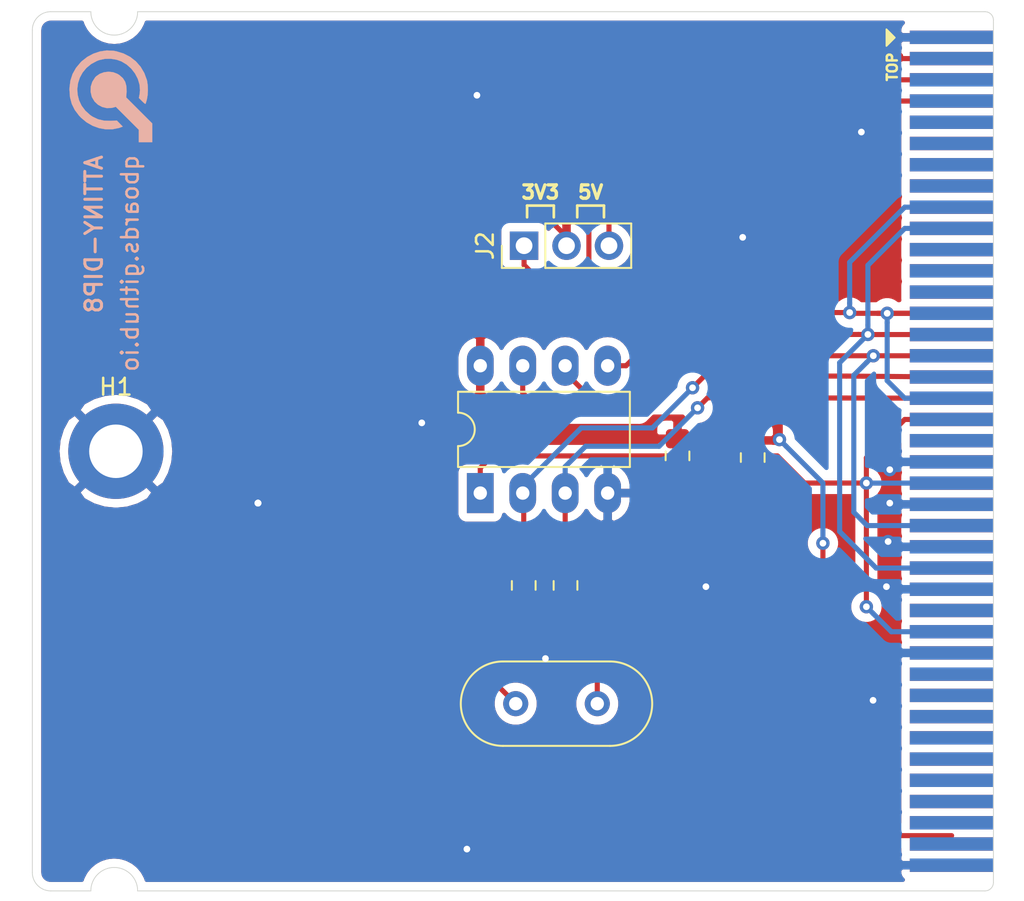
<source format=kicad_pcb>
(kicad_pcb (version 20171130) (host pcbnew "(5.1.2)-1")

  (general
    (thickness 1.6)
    (drawings 23)
    (tracks 165)
    (zones 0)
    (modules 10)
    (nets 11)
  )

  (page A4)
  (layers
    (0 F.Cu signal)
    (31 B.Cu signal)
    (32 B.Adhes user hide)
    (33 F.Adhes user hide)
    (34 B.Paste user)
    (35 F.Paste user hide)
    (36 B.SilkS user)
    (37 F.SilkS user)
    (38 B.Mask user)
    (39 F.Mask user hide)
    (40 Dwgs.User user hide)
    (41 Cmts.User user hide)
    (42 Eco1.User user hide)
    (43 Eco2.User user hide)
    (44 Edge.Cuts user)
    (45 Margin user hide)
    (46 B.CrtYd user)
    (47 F.CrtYd user hide)
    (48 B.Fab user)
    (49 F.Fab user)
  )

  (setup
    (last_trace_width 0.3048)
    (trace_clearance 0.2)
    (zone_clearance 0.508)
    (zone_45_only no)
    (trace_min 0.2)
    (via_size 0.8)
    (via_drill 0.4)
    (via_min_size 0.4)
    (via_min_drill 0.3)
    (uvia_size 0.3)
    (uvia_drill 0.1)
    (uvias_allowed no)
    (uvia_min_size 0.2)
    (uvia_min_drill 0.1)
    (edge_width 0.05)
    (segment_width 0.2)
    (pcb_text_width 0.3)
    (pcb_text_size 1.5 1.5)
    (mod_edge_width 0.12)
    (mod_text_size 1 1)
    (mod_text_width 0.15)
    (pad_size 1.524 1.524)
    (pad_drill 0.762)
    (pad_to_mask_clearance 0.051)
    (solder_mask_min_width 0.25)
    (aux_axis_origin 0 0)
    (visible_elements 7FFFFFFF)
    (pcbplotparams
      (layerselection 0x010fc_ffffffff)
      (usegerberextensions false)
      (usegerberattributes false)
      (usegerberadvancedattributes false)
      (creategerberjobfile false)
      (excludeedgelayer true)
      (linewidth 0.100000)
      (plotframeref false)
      (viasonmask false)
      (mode 1)
      (useauxorigin false)
      (hpglpennumber 1)
      (hpglpenspeed 20)
      (hpglpendiameter 15.000000)
      (psnegative false)
      (psa4output false)
      (plotreference true)
      (plotvalue true)
      (plotinvisibletext false)
      (padsonsilk false)
      (subtractmaskfromsilk false)
      (outputformat 1)
      (mirror false)
      (drillshape 1)
      (scaleselection 1)
      (outputdirectory ""))
  )

  (net 0 "")
  (net 1 GND)
  (net 2 VCC)
  (net 3 "Net-(C2-Pad1)")
  (net 4 "Net-(C3-Pad1)")
  (net 5 RESET)
  (net 6 MISO)
  (net 7 MOSI)
  (net 8 "Net-(J1-Pad7)")
  (net 9 "Net-(J1-Pad5)")
  (net 10 SCK)

  (net_class Default "This is the default net class."
    (clearance 0.2)
    (trace_width 0.3048)
    (via_dia 0.8)
    (via_drill 0.4)
    (uvia_dia 0.3)
    (uvia_drill 0.1)
    (add_net GND)
    (add_net MISO)
    (add_net MOSI)
    (add_net "Net-(C2-Pad1)")
    (add_net "Net-(C3-Pad1)")
    (add_net "Net-(J1-Pad5)")
    (add_net "Net-(J1-Pad7)")
    (add_net RESET)
    (add_net SCK)
    (add_net VCC)
  )

  (module qboards_connectors:modboard_edge_connector (layer F.Cu) (tedit 5FE8D8D1) (tstamp 5F90E068)
    (at 98 60.5)
    (path /5F908AFF)
    (fp_text reference J1 (at 0 -1) (layer F.SilkS) hide
      (effects (font (size 1 1) (thickness 0.15)))
    )
    (fp_text value modboard-edge-connector (at 3.5 24.5 270) (layer F.Fab)
      (effects (font (size 1 1) (thickness 0.15)))
    )
    (fp_text user TOP (at -3.55 3.3 90) (layer F.SilkS)
      (effects (font (size 0.6 0.6) (thickness 0.15)))
    )
    (fp_poly (pts (xy -3.4 1.55) (xy -3.9 1.05) (xy -3.9 2.05)) (layer F.SilkS) (width 0.1))
    (fp_line (start -2.95 51.5) (end -3.35 51.7) (layer Dwgs.User) (width 0.12))
    (fp_line (start -2.95 50.5) (end -4.75 51.25) (layer Dwgs.User) (width 0.12))
    (fp_line (start -2.95 49.5) (end -4.75 50.25) (layer Dwgs.User) (width 0.12))
    (fp_line (start -2.95 48.5) (end -4.75 49.25) (layer Dwgs.User) (width 0.12))
    (fp_line (start -2.95 47.5) (end -4.75 48.25) (layer Dwgs.User) (width 0.12))
    (fp_line (start -2.95 46.5) (end -4.75 47.25) (layer Dwgs.User) (width 0.12))
    (fp_line (start -2.95 45.5) (end -4.75 46.25) (layer Dwgs.User) (width 0.12))
    (fp_line (start -2.95 44.5) (end -4.75 45.25) (layer Dwgs.User) (width 0.12))
    (fp_line (start -2.95 43.5) (end -4.75 44.25) (layer Dwgs.User) (width 0.12))
    (fp_line (start -2.95 42.5) (end -4.75 43.25) (layer Dwgs.User) (width 0.12))
    (fp_line (start -2.95 41.5) (end -4.75 42.25) (layer Dwgs.User) (width 0.12))
    (fp_line (start -2.95 40.5) (end -4.75 41.25) (layer Dwgs.User) (width 0.12))
    (fp_line (start -2.95 39.5) (end -4.75 40.25) (layer Dwgs.User) (width 0.12))
    (fp_line (start -2.95 38.5) (end -4.75 39.25) (layer Dwgs.User) (width 0.12))
    (fp_line (start -2.95 37.5) (end -4.75 38.25) (layer Dwgs.User) (width 0.12))
    (fp_line (start -2.95 36.5) (end -4.75 37.25) (layer Dwgs.User) (width 0.12))
    (fp_line (start -2.95 35.5) (end -4.75 36.25) (layer Dwgs.User) (width 0.12))
    (fp_line (start -2.95 34.5) (end -4.75 35.25) (layer Dwgs.User) (width 0.12))
    (fp_line (start -2.95 33.5) (end -4.75 34.25) (layer Dwgs.User) (width 0.12))
    (fp_line (start -2.95 32.5) (end -4.75 33.25) (layer Dwgs.User) (width 0.12))
    (fp_line (start -2.95 31.5) (end -4.75 32.25) (layer Dwgs.User) (width 0.12))
    (fp_line (start -2.95 30.5) (end -4.75 31.25) (layer Dwgs.User) (width 0.12))
    (fp_line (start -2.95 29.5) (end -4.75 30.25) (layer Dwgs.User) (width 0.12))
    (fp_line (start -2.95 28.5) (end -4.75 29.25) (layer Dwgs.User) (width 0.12))
    (fp_line (start -2.95 27.5) (end -4.75 28.25) (layer Dwgs.User) (width 0.12))
    (fp_line (start -2.95 26.5) (end -4.75 27.25) (layer Dwgs.User) (width 0.12))
    (fp_line (start -2.95 25.5) (end -4.75 26.25) (layer Dwgs.User) (width 0.12))
    (fp_line (start -2.95 24.5) (end -4.75 25.25) (layer Dwgs.User) (width 0.12))
    (fp_line (start -2.95 23.5) (end -4.75 24.25) (layer Dwgs.User) (width 0.12))
    (fp_line (start -2.95 22.5) (end -4.75 23.25) (layer Dwgs.User) (width 0.12))
    (fp_line (start -2.95 21.5) (end -4.75 22.25) (layer Dwgs.User) (width 0.12))
    (fp_line (start -2.95 20.5) (end -4.75 21.25) (layer Dwgs.User) (width 0.12))
    (fp_line (start -2.95 19.5) (end -4.75 20.25) (layer Dwgs.User) (width 0.12))
    (fp_line (start -2.95 18.5) (end -4.75 19.25) (layer Dwgs.User) (width 0.12))
    (fp_line (start -2.95 17.5) (end -4.75 18.25) (layer Dwgs.User) (width 0.12))
    (fp_line (start -2.95 16.5) (end -4.75 17.25) (layer Dwgs.User) (width 0.12))
    (fp_line (start -2.95 15.5) (end -4.75 16.25) (layer Dwgs.User) (width 0.12))
    (fp_line (start -2.95 14.5) (end -4.75 15.25) (layer Dwgs.User) (width 0.12))
    (fp_line (start -2.95 13.5) (end -4.75 14.25) (layer Dwgs.User) (width 0.12))
    (fp_line (start -2.95 12.5) (end -4.75 13.25) (layer Dwgs.User) (width 0.12))
    (fp_line (start -2.95 11.5) (end -4.75 12.25) (layer Dwgs.User) (width 0.12))
    (fp_line (start -2.95 10.5) (end -4.75 11.25) (layer Dwgs.User) (width 0.12))
    (fp_line (start -2.95 9.5) (end -4.75 10.25) (layer Dwgs.User) (width 0.12))
    (fp_line (start -2.95 8.5) (end -4.75 9.25) (layer Dwgs.User) (width 0.12))
    (fp_line (start -2.95 7.5) (end -4.75 8.25) (layer Dwgs.User) (width 0.12))
    (fp_line (start -2.95 6.5) (end -4.75 7.25) (layer Dwgs.User) (width 0.12))
    (fp_line (start -2.95 5.5) (end -4.75 6.25) (layer Dwgs.User) (width 0.12))
    (fp_line (start -2.95 4.5) (end -4.75 5.25) (layer Dwgs.User) (width 0.12))
    (fp_line (start -2.95 3.5) (end -4.75 4.25) (layer Dwgs.User) (width 0.12))
    (fp_line (start -2.95 2.5) (end -4.75 3.25) (layer Dwgs.User) (width 0.12))
    (fp_line (start -2.95 1.5) (end -4.75 2.25) (layer Dwgs.User) (width 0.12))
    (fp_line (start -4.2 1) (end -4.75 1.25) (layer Dwgs.User) (width 0.12))
    (fp_line (start -5.15 0.5) (end -5.15 52.1) (layer Dwgs.User) (width 0.12))
    (fp_line (start -5.15 0) (end -5.15 52.6) (layer B.CrtYd) (width 0.05))
    (fp_line (start -5.15 52.6) (end 2.5 52.6) (layer B.CrtYd) (width 0.05))
    (fp_line (start 2.5 52.6) (end 2.5 0) (layer B.CrtYd) (width 0.05))
    (fp_line (start 2.5 0) (end -5.15 0) (layer B.CrtYd) (width 0.05))
    (fp_line (start 2.5 0) (end -5.15 0) (layer F.CrtYd) (width 0.05))
    (fp_line (start 2.5 52.6) (end 2.5 0) (layer F.CrtYd) (width 0.05))
    (fp_line (start -5.15 52.6) (end 2.5 52.6) (layer F.CrtYd) (width 0.05))
    (fp_line (start -5.15 0) (end -5.15 52.6) (layer F.CrtYd) (width 0.05))
    (fp_line (start 2.5 0.5) (end 2.5 52.1) (layer Dwgs.User) (width 0.12))
    (fp_arc (start 2 0.5) (end 2.5 0.5) (angle -90) (layer Dwgs.User) (width 0.12))
    (fp_arc (start 2 52.1) (end 2 52.6) (angle -90) (layer Dwgs.User) (width 0.12))
    (fp_line (start 2 52.6) (end -5 52.6) (layer Dwgs.User) (width 0.12))
    (fp_line (start 2 0) (end -5 0) (layer Dwgs.User) (width 0.12))
    (pad 1 smd rect (at 0 1.535) (size 5 0.8) (layers F.Cu F.Paste F.Mask)
      (net 1 GND))
    (pad 3 smd rect (at 0 2.805) (size 5 0.8) (layers F.Cu F.Paste F.Mask)
      (net 2 VCC))
    (pad 5 smd rect (at 0 4.075) (size 5 0.8) (layers F.Cu F.Paste F.Mask)
      (net 9 "Net-(J1-Pad5)"))
    (pad 7 smd rect (at 0 5.345) (size 5 0.8) (layers F.Cu F.Paste F.Mask)
      (net 8 "Net-(J1-Pad7)"))
    (pad 9 smd rect (at 0 6.615) (size 5 0.8) (layers F.Cu F.Paste F.Mask))
    (pad 11 smd rect (at 0 7.885) (size 5 0.8) (layers F.Cu F.Paste F.Mask))
    (pad 13 smd rect (at 0 9.155) (size 5 0.8) (layers F.Cu F.Paste F.Mask))
    (pad 15 smd rect (at 0 10.425) (size 5 0.8) (layers F.Cu F.Paste F.Mask))
    (pad 17 smd rect (at 0 11.695) (size 5 0.8) (layers F.Cu F.Paste F.Mask))
    (pad 19 smd rect (at 0 12.965) (size 5 0.8) (layers F.Cu F.Paste F.Mask))
    (pad 21 smd rect (at 0 14.235) (size 5 0.8) (layers F.Cu F.Paste F.Mask))
    (pad 23 smd rect (at 0 15.505) (size 5 0.8) (layers F.Cu F.Paste F.Mask))
    (pad 25 smd rect (at 0 16.775) (size 5 0.8) (layers F.Cu F.Paste F.Mask))
    (pad 27 smd rect (at 0 18.045) (size 5 0.8) (layers F.Cu F.Paste F.Mask)
      (net 7 MOSI))
    (pad 29 smd rect (at 0 19.315) (size 5 0.8) (layers F.Cu F.Paste F.Mask)
      (net 6 MISO))
    (pad 31 smd rect (at 0 20.585) (size 5 0.8) (layers F.Cu F.Paste F.Mask)
      (net 10 SCK))
    (pad 33 smd rect (at 0 21.855) (size 5 0.8) (layers F.Cu F.Paste F.Mask)
      (net 4 "Net-(C3-Pad1)"))
    (pad 35 smd rect (at 0 23.125) (size 5 0.8) (layers F.Cu F.Paste F.Mask)
      (net 3 "Net-(C2-Pad1)"))
    (pad 37 smd rect (at 0 24.395) (size 5 0.8) (layers F.Cu F.Paste F.Mask)
      (net 5 RESET))
    (pad 39 smd rect (at 0 25.665) (size 5 0.8) (layers F.Cu F.Paste F.Mask))
    (pad 41 smd rect (at 0 26.935) (size 5 0.8) (layers F.Cu F.Paste F.Mask))
    (pad 43 smd rect (at 0 28.205) (size 5 0.8) (layers F.Cu F.Paste F.Mask))
    (pad 45 smd rect (at 0 29.475) (size 5 0.8) (layers F.Cu F.Paste F.Mask))
    (pad 47 smd rect (at 0 30.745) (size 5 0.8) (layers F.Cu F.Paste F.Mask))
    (pad 49 smd rect (at 0 32.015) (size 5 0.8) (layers F.Cu F.Paste F.Mask))
    (pad 51 smd rect (at 0 33.285) (size 5 0.8) (layers F.Cu F.Paste F.Mask))
    (pad 53 smd rect (at 0 34.555) (size 5 0.8) (layers F.Cu F.Paste F.Mask))
    (pad 55 smd rect (at 0 35.825) (size 5 0.8) (layers F.Cu F.Paste F.Mask))
    (pad 57 smd rect (at 0 37.095) (size 5 0.8) (layers F.Cu F.Paste F.Mask))
    (pad 59 smd rect (at 0 38.365) (size 5 0.8) (layers F.Cu F.Paste F.Mask))
    (pad 61 smd rect (at 0 39.635) (size 5 0.8) (layers F.Cu F.Paste F.Mask))
    (pad 63 smd rect (at 0 40.905) (size 5 0.8) (layers F.Cu F.Paste F.Mask))
    (pad 65 smd rect (at 0 42.175) (size 5 0.8) (layers F.Cu F.Paste F.Mask))
    (pad 67 smd rect (at 0 43.445) (size 5 0.8) (layers F.Cu F.Paste F.Mask))
    (pad 69 smd rect (at 0 44.715) (size 5 0.8) (layers F.Cu F.Paste F.Mask))
    (pad 71 smd rect (at 0 45.985) (size 5 0.8) (layers F.Cu F.Paste F.Mask))
    (pad 73 smd rect (at 0 47.255) (size 5 0.8) (layers F.Cu F.Paste F.Mask))
    (pad 75 smd rect (at 0 48.525) (size 5 0.8) (layers F.Cu F.Paste F.Mask))
    (pad 77 smd rect (at 0 49.795) (size 5 0.8) (layers F.Cu F.Paste F.Mask)
      (net 2 VCC))
    (pad 79 smd rect (at 0 51.065) (size 5 0.8) (layers F.Cu F.Paste F.Mask)
      (net 1 GND))
    (pad 2 smd rect (at 0 1.535) (size 5 0.8) (layers B.Cu B.Paste B.Mask)
      (net 1 GND))
    (pad 4 smd rect (at 0 2.805) (size 5 0.8) (layers B.Cu B.Paste B.Mask)
      (net 2 VCC))
    (pad 6 smd rect (at 0 4.075) (size 5 0.8) (layers B.Cu B.Paste B.Mask)
      (net 9 "Net-(J1-Pad5)"))
    (pad 8 smd rect (at 0 5.345) (size 5 0.8) (layers B.Cu B.Paste B.Mask)
      (net 8 "Net-(J1-Pad7)"))
    (pad 10 smd rect (at 0 6.615) (size 5 0.8) (layers B.Cu B.Paste B.Mask))
    (pad 12 smd rect (at 0 7.885) (size 5 0.8) (layers B.Cu B.Paste B.Mask))
    (pad 14 smd rect (at 0 9.155) (size 5 0.8) (layers B.Cu B.Paste B.Mask))
    (pad 16 smd rect (at 0 10.425) (size 5 0.8) (layers B.Cu B.Paste B.Mask))
    (pad 18 smd rect (at 0 11.695) (size 5 0.8) (layers B.Cu B.Paste B.Mask)
      (net 7 MOSI))
    (pad 20 smd rect (at 0 12.965) (size 5 0.8) (layers B.Cu B.Paste B.Mask)
      (net 6 MISO))
    (pad 22 smd rect (at 0 14.235) (size 5 0.8) (layers B.Cu B.Paste B.Mask))
    (pad 24 smd rect (at 0 15.505) (size 5 0.8) (layers B.Cu B.Paste B.Mask))
    (pad 26 smd rect (at 0 16.775) (size 5 0.8) (layers B.Cu B.Paste B.Mask))
    (pad 28 smd rect (at 0 18.045) (size 5 0.8) (layers B.Cu B.Paste B.Mask))
    (pad 30 smd rect (at 0 19.315) (size 5 0.8) (layers B.Cu B.Paste B.Mask))
    (pad 32 smd rect (at 0 20.585) (size 5 0.8) (layers B.Cu B.Paste B.Mask))
    (pad 34 smd rect (at 0 21.855) (size 5 0.8) (layers B.Cu B.Paste B.Mask))
    (pad 36 smd rect (at 0 23.125) (size 5 0.8) (layers B.Cu B.Paste B.Mask)
      (net 7 MOSI))
    (pad 38 smd rect (at 0 24.395) (size 5 0.8) (layers B.Cu B.Paste B.Mask))
    (pad 40 smd rect (at 0 25.665) (size 5 0.8) (layers B.Cu B.Paste B.Mask))
    (pad 42 smd rect (at 0 26.935) (size 5 0.8) (layers B.Cu B.Paste B.Mask)
      (net 1 GND))
    (pad 44 smd rect (at 0 28.205) (size 5 0.8) (layers B.Cu B.Paste B.Mask)
      (net 5 RESET))
    (pad 46 smd rect (at 0 29.475) (size 5 0.8) (layers B.Cu B.Paste B.Mask)
      (net 1 GND))
    (pad 48 smd rect (at 0 30.745) (size 5 0.8) (layers B.Cu B.Paste B.Mask)
      (net 10 SCK))
    (pad 50 smd rect (at 0 32.015) (size 5 0.8) (layers B.Cu B.Paste B.Mask)
      (net 1 GND))
    (pad 52 smd rect (at 0 33.285) (size 5 0.8) (layers B.Cu B.Paste B.Mask)
      (net 6 MISO))
    (pad 54 smd rect (at 0 34.555) (size 5 0.8) (layers B.Cu B.Paste B.Mask)
      (net 1 GND))
    (pad 56 smd rect (at 0 35.825) (size 5 0.8) (layers B.Cu B.Paste B.Mask))
    (pad 58 smd rect (at 0 37.095) (size 5 0.8) (layers B.Cu B.Paste B.Mask)
      (net 5 RESET))
    (pad 60 smd rect (at 0 38.365) (size 5 0.8) (layers B.Cu B.Paste B.Mask)
      (net 1 GND))
    (pad 62 smd rect (at 0 39.635) (size 5 0.8) (layers B.Cu B.Paste B.Mask))
    (pad 64 smd rect (at 0 40.905) (size 5 0.8) (layers B.Cu B.Paste B.Mask))
    (pad 66 smd rect (at 0 42.175) (size 5 0.8) (layers B.Cu B.Paste B.Mask))
    (pad 68 smd rect (at 0 43.445) (size 5 0.8) (layers B.Cu B.Paste B.Mask))
    (pad 70 smd rect (at 0 44.715) (size 5 0.8) (layers B.Cu B.Paste B.Mask))
    (pad 72 smd rect (at 0 45.985) (size 5 0.8) (layers B.Cu B.Paste B.Mask))
    (pad 74 smd rect (at 0 47.255) (size 5 0.8) (layers B.Cu B.Paste B.Mask))
    (pad 76 smd rect (at 0 48.525) (size 5 0.8) (layers B.Cu B.Paste B.Mask))
    (pad 78 smd rect (at 0 49.795) (size 5 0.8) (layers B.Cu B.Paste B.Mask)
      (net 2 VCC))
    (pad 80 smd rect (at 0 51.065) (size 5 0.8) (layers B.Cu B.Paste B.Mask)
      (net 1 GND))
  )

  (module qboards_aesthetics:logo_url-5mm (layer B.Cu) (tedit 5CF579A7) (tstamp 5FE9348F)
    (at 47.6 65.2 270)
    (fp_text reference ATTINY-DIP8 (at 3.7846 0.9144 90) (layer B.SilkS)
      (effects (font (size 1 1) (thickness 0.18)) (justify left mirror))
    )
    (fp_text value LOGO_BRD_REF (at 0.0508 -3.5306 90) (layer B.SilkS) hide
      (effects (font (size 0.6 0.6) (thickness 0.1)) (justify mirror))
    )
    (fp_text user qboards.github.io (at 3.7846 -1.2446 90) (layer B.SilkS)
      (effects (font (size 1 1) (thickness 0.15)) (justify left mirror))
    )
    (fp_poly (pts (xy 0.418694 2.345421) (xy 0.813124 2.241523) (xy 1.17559 2.063291) (xy 1.515997 1.806582)
      (xy 1.646886 1.682318) (xy 1.917927 1.356335) (xy 2.12526 0.993629) (xy 2.265887 0.606593)
      (xy 2.336815 0.207619) (xy 2.335045 -0.190902) (xy 2.257582 -0.576577) (xy 2.219632 -0.686618)
      (xy 2.172579 -0.810203) (xy 1.991923 -0.632903) (xy 1.811268 -0.455603) (xy 1.829302 -0.078402)
      (xy 1.816633 0.315249) (xy 1.736098 0.666684) (xy 1.584014 0.988905) (xy 1.485432 1.135773)
      (xy 1.222779 1.428353) (xy 0.925153 1.650469) (xy 0.602092 1.803679) (xy 0.263138 1.88954)
      (xy -0.082169 1.909607) (xy -0.424288 1.865439) (xy -0.75368 1.758592) (xy -1.060805 1.590623)
      (xy -1.33612 1.363088) (xy -1.570088 1.077545) (xy -1.753166 0.73555) (xy -1.804801 0.598849)
      (xy -1.876663 0.268651) (xy -1.884142 -0.086329) (xy -1.828903 -0.437903) (xy -1.726352 -0.729366)
      (xy -1.536931 -1.046158) (xy -1.291565 -1.319833) (xy -1.002888 -1.543349) (xy -0.683536 -1.709665)
      (xy -0.346146 -1.81174) (xy -0.003353 -1.842533) (xy 0.2286 -1.818748) (xy 0.461434 -1.774998)
      (xy 0.649891 -1.96128) (xy 0.744427 -2.060768) (xy 0.804599 -2.136008) (xy 0.817454 -2.168457)
      (xy 0.768359 -2.189407) (xy 0.661893 -2.222738) (xy 0.546019 -2.254609) (xy 0.297973 -2.2976)
      (xy 0.009081 -2.314404) (xy -0.28383 -2.30504) (xy -0.54393 -2.269528) (xy -0.609199 -2.254009)
      (xy -1.033237 -2.098391) (xy -1.409008 -1.875679) (xy -1.731601 -1.591501) (xy -1.996109 -1.251486)
      (xy -2.197622 -0.861262) (xy -2.331229 -0.426457) (xy -2.364514 -0.241628) (xy -2.38089 0.153311)
      (xy -2.321011 0.554709) (xy -2.190363 0.946979) (xy -1.994438 1.314535) (xy -1.738723 1.64179)
      (xy -1.68011 1.7018) (xy -1.340212 1.986675) (xy -0.97672 2.191997) (xy -0.582058 2.320853)
      (xy -0.148649 2.376329) (xy -0.0176 2.379133) (xy 0.418694 2.345421)) (layer B.SilkS) (width 0.01))
    (fp_poly (pts (xy 0.373164 1.04838) (xy 0.431525 1.02491) (xy 0.67532 0.875737) (xy 0.867193 0.67017)
      (xy 0.99988 0.423553) (xy 1.066115 0.15123) (xy 1.058634 -0.131455) (xy 1.032975 -0.245388)
      (xy 0.990684 -0.392849) (xy 1.678077 -1.081191) (xy 2.365471 -1.769534) (xy 3.107267 -1.769534)
      (xy 3.107267 -2.573867) (xy 1.984575 -2.573867) (xy 1.207268 -1.795706) (xy 0.42996 -1.017546)
      (xy 0.085863 -1.038867) (xy -0.234488 -1.029938) (xy -0.502315 -0.957362) (xy -0.724979 -0.817351)
      (xy -0.909838 -0.606114) (xy -0.981369 -0.489133) (xy -1.078635 -0.234666) (xy -1.109302 0.039405)
      (xy -1.076535 0.313378) (xy -0.983497 0.567556) (xy -0.833352 0.782239) (xy -0.767115 0.845062)
      (xy -0.507611 1.012129) (xy -0.22186 1.103086) (xy 0.076334 1.11586) (xy 0.373164 1.04838)) (layer B.SilkS) (width 0.01))
  )

  (module MountingHole:MountingHole_3.2mm_M3_ISO7380_Pad (layer F.Cu) (tedit 56D1B4CB) (tstamp 5FE8BC27)
    (at 48 86.8)
    (descr "Mounting Hole 3.2mm, M3, ISO7380")
    (tags "mounting hole 3.2mm m3 iso7380")
    (path /5FE8ED86)
    (attr virtual)
    (fp_text reference H1 (at 0 -3.85) (layer F.SilkS)
      (effects (font (size 1 1) (thickness 0.15)))
    )
    (fp_text value MountingHole_Pad (at 0 3.85) (layer F.Fab)
      (effects (font (size 1 1) (thickness 0.15)))
    )
    (fp_circle (center 0 0) (end 3.1 0) (layer F.CrtYd) (width 0.05))
    (fp_circle (center 0 0) (end 2.85 0) (layer Cmts.User) (width 0.15))
    (fp_text user %R (at 0.3 0) (layer F.Fab)
      (effects (font (size 1 1) (thickness 0.15)))
    )
    (pad 1 thru_hole circle (at 0 0) (size 5.7 5.7) (drill 3.2) (layers *.Cu *.Mask)
      (net 1 GND))
  )

  (module Connector_PinHeader_2.54mm:PinHeader_1x03_P2.54mm_Vertical (layer F.Cu) (tedit 59FED5CC) (tstamp 5F90E07F)
    (at 72.42 74.5 90)
    (descr "Through hole straight pin header, 1x03, 2.54mm pitch, single row")
    (tags "Through hole pin header THT 1x03 2.54mm single row")
    (path /5F933F84)
    (fp_text reference J2 (at 0 -2.33 90) (layer F.SilkS)
      (effects (font (size 1 1) (thickness 0.15)))
    )
    (fp_text value Conn_01x03_Male (at 0 7.41 90) (layer F.Fab)
      (effects (font (size 1 1) (thickness 0.15)))
    )
    (fp_text user %R (at 0 2.54) (layer F.Fab)
      (effects (font (size 1 1) (thickness 0.15)))
    )
    (fp_line (start 1.8 -1.8) (end -1.8 -1.8) (layer F.CrtYd) (width 0.05))
    (fp_line (start 1.8 6.85) (end 1.8 -1.8) (layer F.CrtYd) (width 0.05))
    (fp_line (start -1.8 6.85) (end 1.8 6.85) (layer F.CrtYd) (width 0.05))
    (fp_line (start -1.8 -1.8) (end -1.8 6.85) (layer F.CrtYd) (width 0.05))
    (fp_line (start -1.33 -1.33) (end 0 -1.33) (layer F.SilkS) (width 0.12))
    (fp_line (start -1.33 0) (end -1.33 -1.33) (layer F.SilkS) (width 0.12))
    (fp_line (start -1.33 1.27) (end 1.33 1.27) (layer F.SilkS) (width 0.12))
    (fp_line (start 1.33 1.27) (end 1.33 6.41) (layer F.SilkS) (width 0.12))
    (fp_line (start -1.33 1.27) (end -1.33 6.41) (layer F.SilkS) (width 0.12))
    (fp_line (start -1.33 6.41) (end 1.33 6.41) (layer F.SilkS) (width 0.12))
    (fp_line (start -1.27 -0.635) (end -0.635 -1.27) (layer F.Fab) (width 0.1))
    (fp_line (start -1.27 6.35) (end -1.27 -0.635) (layer F.Fab) (width 0.1))
    (fp_line (start 1.27 6.35) (end -1.27 6.35) (layer F.Fab) (width 0.1))
    (fp_line (start 1.27 -1.27) (end 1.27 6.35) (layer F.Fab) (width 0.1))
    (fp_line (start -0.635 -1.27) (end 1.27 -1.27) (layer F.Fab) (width 0.1))
    (pad 3 thru_hole oval (at 0 5.08 90) (size 1.7 1.7) (drill 1) (layers *.Cu *.Mask)
      (net 8 "Net-(J1-Pad7)"))
    (pad 2 thru_hole oval (at 0 2.54 90) (size 1.7 1.7) (drill 1) (layers *.Cu *.Mask)
      (net 2 VCC))
    (pad 1 thru_hole rect (at 0 0 90) (size 1.7 1.7) (drill 1) (layers *.Cu *.Mask)
      (net 9 "Net-(J1-Pad5)"))
    (model ${KISYS3DMOD}/Connector_PinHeader_2.54mm.3dshapes/PinHeader_1x03_P2.54mm_Vertical.wrl
      (at (xyz 0 0 0))
      (scale (xyz 1 1 1))
      (rotate (xyz 0 0 0))
    )
  )

  (module Package_DIP:DIP-8_W7.62mm_LongPads (layer F.Cu) (tedit 5A02E8C5) (tstamp 5F90E829)
    (at 69.8 89.3 90)
    (descr "8-lead though-hole mounted DIP package, row spacing 7.62 mm (300 mils), LongPads")
    (tags "THT DIP DIL PDIP 2.54mm 7.62mm 300mil LongPads")
    (path /5F90C71B)
    (fp_text reference U1 (at 3.81 -2.33 90) (layer F.SilkS) hide
      (effects (font (size 1 1) (thickness 0.15)))
    )
    (fp_text value ATTINY85-20PU (at 3.81 9.95 90) (layer F.Fab)
      (effects (font (size 1 1) (thickness 0.15)))
    )
    (fp_text user %R (at 3.81 3.81 90) (layer F.Fab)
      (effects (font (size 1 1) (thickness 0.15)))
    )
    (fp_line (start 9.1 -1.55) (end -1.45 -1.55) (layer F.CrtYd) (width 0.05))
    (fp_line (start 9.1 9.15) (end 9.1 -1.55) (layer F.CrtYd) (width 0.05))
    (fp_line (start -1.45 9.15) (end 9.1 9.15) (layer F.CrtYd) (width 0.05))
    (fp_line (start -1.45 -1.55) (end -1.45 9.15) (layer F.CrtYd) (width 0.05))
    (fp_line (start 6.06 -1.33) (end 4.81 -1.33) (layer F.SilkS) (width 0.12))
    (fp_line (start 6.06 8.95) (end 6.06 -1.33) (layer F.SilkS) (width 0.12))
    (fp_line (start 1.56 8.95) (end 6.06 8.95) (layer F.SilkS) (width 0.12))
    (fp_line (start 1.56 -1.33) (end 1.56 8.95) (layer F.SilkS) (width 0.12))
    (fp_line (start 2.81 -1.33) (end 1.56 -1.33) (layer F.SilkS) (width 0.12))
    (fp_line (start 0.635 -0.27) (end 1.635 -1.27) (layer F.Fab) (width 0.1))
    (fp_line (start 0.635 8.89) (end 0.635 -0.27) (layer F.Fab) (width 0.1))
    (fp_line (start 6.985 8.89) (end 0.635 8.89) (layer F.Fab) (width 0.1))
    (fp_line (start 6.985 -1.27) (end 6.985 8.89) (layer F.Fab) (width 0.1))
    (fp_line (start 1.635 -1.27) (end 6.985 -1.27) (layer F.Fab) (width 0.1))
    (fp_arc (start 3.81 -1.33) (end 2.81 -1.33) (angle -180) (layer F.SilkS) (width 0.12))
    (pad 8 thru_hole oval (at 7.62 0 90) (size 2.4 1.6) (drill 0.8) (layers *.Cu *.Mask)
      (net 2 VCC))
    (pad 4 thru_hole oval (at 0 7.62 90) (size 2.4 1.6) (drill 0.8) (layers *.Cu *.Mask)
      (net 1 GND))
    (pad 7 thru_hole oval (at 7.62 2.54 90) (size 2.4 1.6) (drill 0.8) (layers *.Cu *.Mask)
      (net 10 SCK))
    (pad 3 thru_hole oval (at 0 5.08 90) (size 2.4 1.6) (drill 0.8) (layers *.Cu *.Mask)
      (net 3 "Net-(C2-Pad1)"))
    (pad 6 thru_hole oval (at 7.62 5.08 90) (size 2.4 1.6) (drill 0.8) (layers *.Cu *.Mask)
      (net 6 MISO))
    (pad 2 thru_hole oval (at 0 2.54 90) (size 2.4 1.6) (drill 0.8) (layers *.Cu *.Mask)
      (net 4 "Net-(C3-Pad1)"))
    (pad 5 thru_hole oval (at 7.62 7.62 90) (size 2.4 1.6) (drill 0.8) (layers *.Cu *.Mask)
      (net 7 MOSI))
    (pad 1 thru_hole rect (at 0 0 90) (size 2.4 1.6) (drill 0.8) (layers *.Cu *.Mask)
      (net 5 RESET))
    (model ${KISYS3DMOD}/Package_DIP.3dshapes/DIP-8_W7.62mm.wrl
      (at (xyz 0 0 0))
      (scale (xyz 1 1 1))
      (rotate (xyz 0 0 0))
    )
  )

  (module Crystal:Crystal_HC49-4H_Vertical (layer F.Cu) (tedit 5A1AD3B7) (tstamp 5F90E0A7)
    (at 76.8 101.9 180)
    (descr "Crystal THT HC-49-4H http://5hertz.com/pdfs/04404_D.pdf")
    (tags "THT crystalHC-49-4H")
    (path /5F92AACE)
    (fp_text reference Y1 (at 2.44 -3.525) (layer F.SilkS) hide
      (effects (font (size 1 1) (thickness 0.15)))
    )
    (fp_text value Crystal (at 2.44 3.525) (layer F.Fab)
      (effects (font (size 1 1) (thickness 0.15)))
    )
    (fp_arc (start 5.64 0) (end 5.64 -2.525) (angle 180) (layer F.SilkS) (width 0.12))
    (fp_arc (start -0.76 0) (end -0.76 -2.525) (angle -180) (layer F.SilkS) (width 0.12))
    (fp_arc (start 5.44 0) (end 5.44 -2) (angle 180) (layer F.Fab) (width 0.1))
    (fp_arc (start -0.56 0) (end -0.56 -2) (angle -180) (layer F.Fab) (width 0.1))
    (fp_arc (start 5.64 0) (end 5.64 -2.325) (angle 180) (layer F.Fab) (width 0.1))
    (fp_arc (start -0.76 0) (end -0.76 -2.325) (angle -180) (layer F.Fab) (width 0.1))
    (fp_line (start 8.5 -2.8) (end -3.6 -2.8) (layer F.CrtYd) (width 0.05))
    (fp_line (start 8.5 2.8) (end 8.5 -2.8) (layer F.CrtYd) (width 0.05))
    (fp_line (start -3.6 2.8) (end 8.5 2.8) (layer F.CrtYd) (width 0.05))
    (fp_line (start -3.6 -2.8) (end -3.6 2.8) (layer F.CrtYd) (width 0.05))
    (fp_line (start -0.76 2.525) (end 5.64 2.525) (layer F.SilkS) (width 0.12))
    (fp_line (start -0.76 -2.525) (end 5.64 -2.525) (layer F.SilkS) (width 0.12))
    (fp_line (start -0.56 2) (end 5.44 2) (layer F.Fab) (width 0.1))
    (fp_line (start -0.56 -2) (end 5.44 -2) (layer F.Fab) (width 0.1))
    (fp_line (start -0.76 2.325) (end 5.64 2.325) (layer F.Fab) (width 0.1))
    (fp_line (start -0.76 -2.325) (end 5.64 -2.325) (layer F.Fab) (width 0.1))
    (fp_text user %R (at 2.44 0) (layer F.Fab)
      (effects (font (size 1 1) (thickness 0.15)))
    )
    (pad 2 thru_hole circle (at 4.88 0 180) (size 1.5 1.5) (drill 0.8) (layers *.Cu *.Mask)
      (net 4 "Net-(C3-Pad1)"))
    (pad 1 thru_hole circle (at 0 0 180) (size 1.5 1.5) (drill 0.8) (layers *.Cu *.Mask)
      (net 3 "Net-(C2-Pad1)"))
    (model ${KISYS3DMOD}/Crystal.3dshapes/Crystal_HC49-4H_Vertical.wrl
      (at (xyz 0 0 0))
      (scale (xyz 1 1 1))
      (rotate (xyz 0 0 0))
    )
  )

  (module Resistor_SMD:R_0805_2012Metric_Pad1.15x1.40mm_HandSolder (layer F.Cu) (tedit 5B36C52B) (tstamp 5F90E090)
    (at 86.1 87.175 270)
    (descr "Resistor SMD 0805 (2012 Metric), square (rectangular) end terminal, IPC_7351 nominal with elongated pad for handsoldering. (Body size source: https://docs.google.com/spreadsheets/d/1BsfQQcO9C6DZCsRaXUlFlo91Tg2WpOkGARC1WS5S8t0/edit?usp=sharing), generated with kicad-footprint-generator")
    (tags "resistor handsolder")
    (path /5F91DF9F)
    (attr smd)
    (fp_text reference R1 (at -3.025 -0.1 90) (layer F.SilkS) hide
      (effects (font (size 1 1) (thickness 0.15)))
    )
    (fp_text value 10K (at 0 1.65 90) (layer F.Fab)
      (effects (font (size 1 1) (thickness 0.15)))
    )
    (fp_text user %R (at 0 0 90) (layer F.Fab)
      (effects (font (size 0.5 0.5) (thickness 0.08)))
    )
    (fp_line (start 1.85 0.95) (end -1.85 0.95) (layer F.CrtYd) (width 0.05))
    (fp_line (start 1.85 -0.95) (end 1.85 0.95) (layer F.CrtYd) (width 0.05))
    (fp_line (start -1.85 -0.95) (end 1.85 -0.95) (layer F.CrtYd) (width 0.05))
    (fp_line (start -1.85 0.95) (end -1.85 -0.95) (layer F.CrtYd) (width 0.05))
    (fp_line (start -0.261252 0.71) (end 0.261252 0.71) (layer F.SilkS) (width 0.12))
    (fp_line (start -0.261252 -0.71) (end 0.261252 -0.71) (layer F.SilkS) (width 0.12))
    (fp_line (start 1 0.6) (end -1 0.6) (layer F.Fab) (width 0.1))
    (fp_line (start 1 -0.6) (end 1 0.6) (layer F.Fab) (width 0.1))
    (fp_line (start -1 -0.6) (end 1 -0.6) (layer F.Fab) (width 0.1))
    (fp_line (start -1 0.6) (end -1 -0.6) (layer F.Fab) (width 0.1))
    (pad 2 smd roundrect (at 1.025 0 270) (size 1.15 1.4) (layers F.Cu F.Paste F.Mask) (roundrect_rratio 0.217391)
      (net 5 RESET))
    (pad 1 smd roundrect (at -1.025 0 270) (size 1.15 1.4) (layers F.Cu F.Paste F.Mask) (roundrect_rratio 0.217391)
      (net 2 VCC))
    (model ${KISYS3DMOD}/Resistor_SMD.3dshapes/R_0805_2012Metric.wrl
      (at (xyz 0 0 0))
      (scale (xyz 1 1 1))
      (rotate (xyz 0 0 0))
    )
  )

  (module Capacitor_SMD:C_0805_2012Metric_Pad1.15x1.40mm_HandSolder (layer F.Cu) (tedit 5B36C52B) (tstamp 5F90E00F)
    (at 72.4 94.825 270)
    (descr "Capacitor SMD 0805 (2012 Metric), square (rectangular) end terminal, IPC_7351 nominal with elongated pad for handsoldering. (Body size source: https://docs.google.com/spreadsheets/d/1BsfQQcO9C6DZCsRaXUlFlo91Tg2WpOkGARC1WS5S8t0/edit?usp=sharing), generated with kicad-footprint-generator")
    (tags "capacitor handsolder")
    (path /5F92F97E)
    (attr smd)
    (fp_text reference C3 (at 0 1.6 90) (layer F.SilkS) hide
      (effects (font (size 1 1) (thickness 0.15)))
    )
    (fp_text value C (at 0 1.65 90) (layer F.Fab)
      (effects (font (size 1 1) (thickness 0.15)))
    )
    (fp_text user %R (at 0 0 90) (layer F.Fab)
      (effects (font (size 0.5 0.5) (thickness 0.08)))
    )
    (fp_line (start 1.85 0.95) (end -1.85 0.95) (layer F.CrtYd) (width 0.05))
    (fp_line (start 1.85 -0.95) (end 1.85 0.95) (layer F.CrtYd) (width 0.05))
    (fp_line (start -1.85 -0.95) (end 1.85 -0.95) (layer F.CrtYd) (width 0.05))
    (fp_line (start -1.85 0.95) (end -1.85 -0.95) (layer F.CrtYd) (width 0.05))
    (fp_line (start -0.261252 0.71) (end 0.261252 0.71) (layer F.SilkS) (width 0.12))
    (fp_line (start -0.261252 -0.71) (end 0.261252 -0.71) (layer F.SilkS) (width 0.12))
    (fp_line (start 1 0.6) (end -1 0.6) (layer F.Fab) (width 0.1))
    (fp_line (start 1 -0.6) (end 1 0.6) (layer F.Fab) (width 0.1))
    (fp_line (start -1 -0.6) (end 1 -0.6) (layer F.Fab) (width 0.1))
    (fp_line (start -1 0.6) (end -1 -0.6) (layer F.Fab) (width 0.1))
    (pad 2 smd roundrect (at 1.025 0 270) (size 1.15 1.4) (layers F.Cu F.Paste F.Mask) (roundrect_rratio 0.217391)
      (net 1 GND))
    (pad 1 smd roundrect (at -1.025 0 270) (size 1.15 1.4) (layers F.Cu F.Paste F.Mask) (roundrect_rratio 0.217391)
      (net 4 "Net-(C3-Pad1)"))
    (model ${KISYS3DMOD}/Capacitor_SMD.3dshapes/C_0805_2012Metric.wrl
      (at (xyz 0 0 0))
      (scale (xyz 1 1 1))
      (rotate (xyz 0 0 0))
    )
  )

  (module Capacitor_SMD:C_0805_2012Metric_Pad1.15x1.40mm_HandSolder (layer F.Cu) (tedit 5B36C52B) (tstamp 5F90DFFE)
    (at 74.9 94.825 270)
    (descr "Capacitor SMD 0805 (2012 Metric), square (rectangular) end terminal, IPC_7351 nominal with elongated pad for handsoldering. (Body size source: https://docs.google.com/spreadsheets/d/1BsfQQcO9C6DZCsRaXUlFlo91Tg2WpOkGARC1WS5S8t0/edit?usp=sharing), generated with kicad-footprint-generator")
    (tags "capacitor handsolder")
    (path /5F92FEE8)
    (attr smd)
    (fp_text reference C2 (at 0 -1.65 90) (layer F.SilkS) hide
      (effects (font (size 1 1) (thickness 0.15)))
    )
    (fp_text value C (at 0 1.65 90) (layer F.Fab)
      (effects (font (size 1 1) (thickness 0.15)))
    )
    (fp_text user %R (at 0 0 90) (layer F.Fab)
      (effects (font (size 0.5 0.5) (thickness 0.08)))
    )
    (fp_line (start 1.85 0.95) (end -1.85 0.95) (layer F.CrtYd) (width 0.05))
    (fp_line (start 1.85 -0.95) (end 1.85 0.95) (layer F.CrtYd) (width 0.05))
    (fp_line (start -1.85 -0.95) (end 1.85 -0.95) (layer F.CrtYd) (width 0.05))
    (fp_line (start -1.85 0.95) (end -1.85 -0.95) (layer F.CrtYd) (width 0.05))
    (fp_line (start -0.261252 0.71) (end 0.261252 0.71) (layer F.SilkS) (width 0.12))
    (fp_line (start -0.261252 -0.71) (end 0.261252 -0.71) (layer F.SilkS) (width 0.12))
    (fp_line (start 1 0.6) (end -1 0.6) (layer F.Fab) (width 0.1))
    (fp_line (start 1 -0.6) (end 1 0.6) (layer F.Fab) (width 0.1))
    (fp_line (start -1 -0.6) (end 1 -0.6) (layer F.Fab) (width 0.1))
    (fp_line (start -1 0.6) (end -1 -0.6) (layer F.Fab) (width 0.1))
    (pad 2 smd roundrect (at 1.025 0 270) (size 1.15 1.4) (layers F.Cu F.Paste F.Mask) (roundrect_rratio 0.217391)
      (net 1 GND))
    (pad 1 smd roundrect (at -1.025 0 270) (size 1.15 1.4) (layers F.Cu F.Paste F.Mask) (roundrect_rratio 0.217391)
      (net 3 "Net-(C2-Pad1)"))
    (model ${KISYS3DMOD}/Capacitor_SMD.3dshapes/C_0805_2012Metric.wrl
      (at (xyz 0 0 0))
      (scale (xyz 1 1 1))
      (rotate (xyz 0 0 0))
    )
  )

  (module Capacitor_SMD:C_0805_2012Metric_Pad1.15x1.40mm_HandSolder (layer F.Cu) (tedit 5B36C52B) (tstamp 5F90DFED)
    (at 81.6 87.075 270)
    (descr "Capacitor SMD 0805 (2012 Metric), square (rectangular) end terminal, IPC_7351 nominal with elongated pad for handsoldering. (Body size source: https://docs.google.com/spreadsheets/d/1BsfQQcO9C6DZCsRaXUlFlo91Tg2WpOkGARC1WS5S8t0/edit?usp=sharing), generated with kicad-footprint-generator")
    (tags "capacitor handsolder")
    (path /5F918BC8)
    (attr smd)
    (fp_text reference C1 (at -3.025 -0.1 90) (layer F.SilkS) hide
      (effects (font (size 1 1) (thickness 0.15)))
    )
    (fp_text value C (at 0 1.65 90) (layer F.Fab)
      (effects (font (size 1 1) (thickness 0.15)))
    )
    (fp_text user %R (at 0 0 90) (layer F.Fab)
      (effects (font (size 0.5 0.5) (thickness 0.08)))
    )
    (fp_line (start 1.85 0.95) (end -1.85 0.95) (layer F.CrtYd) (width 0.05))
    (fp_line (start 1.85 -0.95) (end 1.85 0.95) (layer F.CrtYd) (width 0.05))
    (fp_line (start -1.85 -0.95) (end 1.85 -0.95) (layer F.CrtYd) (width 0.05))
    (fp_line (start -1.85 0.95) (end -1.85 -0.95) (layer F.CrtYd) (width 0.05))
    (fp_line (start -0.261252 0.71) (end 0.261252 0.71) (layer F.SilkS) (width 0.12))
    (fp_line (start -0.261252 -0.71) (end 0.261252 -0.71) (layer F.SilkS) (width 0.12))
    (fp_line (start 1 0.6) (end -1 0.6) (layer F.Fab) (width 0.1))
    (fp_line (start 1 -0.6) (end 1 0.6) (layer F.Fab) (width 0.1))
    (fp_line (start -1 -0.6) (end 1 -0.6) (layer F.Fab) (width 0.1))
    (fp_line (start -1 0.6) (end -1 -0.6) (layer F.Fab) (width 0.1))
    (pad 2 smd roundrect (at 1.025 0 270) (size 1.15 1.4) (layers F.Cu F.Paste F.Mask) (roundrect_rratio 0.217391)
      (net 1 GND))
    (pad 1 smd roundrect (at -1.025 0 270) (size 1.15 1.4) (layers F.Cu F.Paste F.Mask) (roundrect_rratio 0.217391)
      (net 2 VCC))
    (model ${KISYS3DMOD}/Capacitor_SMD.3dshapes/C_0805_2012Metric.wrl
      (at (xyz 0 0 0))
      (scale (xyz 1 1 1))
      (rotate (xyz 0 0 0))
    )
  )

  (dimension 57.5 (width 0.15) (layer Dwgs.User)
    (gr_text "57,500 mm" (at 71.75 117.4) (layer Dwgs.User)
      (effects (font (size 1 1) (thickness 0.15)))
    )
    (feature1 (pts (xy 43 112.4) (xy 43 116.686421)))
    (feature2 (pts (xy 100.5 112.4) (xy 100.5 116.686421)))
    (crossbar (pts (xy 100.5 116.1) (xy 43 116.1)))
    (arrow1a (pts (xy 43 116.1) (xy 44.126504 115.513579)))
    (arrow1b (pts (xy 43 116.1) (xy 44.126504 116.686421)))
    (arrow2a (pts (xy 100.5 116.1) (xy 99.373496 115.513579)))
    (arrow2b (pts (xy 100.5 116.1) (xy 99.373496 116.686421)))
  )
  (dimension 52.5 (width 0.15) (layer Dwgs.User) (tstamp 5FE8E048)
    (gr_text "52,500 mm" (at 74.25 107.103665) (layer Dwgs.User) (tstamp 5FE8E049)
      (effects (font (size 1 1) (thickness 0.15)))
    )
    (feature1 (pts (xy 48 56.7) (xy 48 106.390086)))
    (feature2 (pts (xy 100.5 56.7) (xy 100.5 106.390086)))
    (crossbar (pts (xy 100.5 105.803665) (xy 48 105.803665)))
    (arrow1a (pts (xy 48 105.803665) (xy 49.126504 105.217244)))
    (arrow1b (pts (xy 48 105.803665) (xy 49.126504 106.390086)))
    (arrow2a (pts (xy 100.5 105.803665) (xy 99.373496 105.217244)))
    (arrow2b (pts (xy 100.5 105.803665) (xy 99.373496 106.390086)))
  )
  (dimension 26.3 (width 0.15) (layer Dwgs.User)
    (gr_text "26,300 mm" (at 22.7 73.65 270) (layer Dwgs.User)
      (effects (font (size 1 1) (thickness 0.15)))
    )
    (feature1 (pts (xy 52.4 86.8) (xy 23.413579 86.8)))
    (feature2 (pts (xy 52.4 60.5) (xy 23.413579 60.5)))
    (crossbar (pts (xy 24 60.5) (xy 24 86.8)))
    (arrow1a (pts (xy 24 86.8) (xy 23.413579 85.673496)))
    (arrow1b (pts (xy 24 86.8) (xy 24.586421 85.673496)))
    (arrow2a (pts (xy 24 60.5) (xy 23.413579 61.626504)))
    (arrow2b (pts (xy 24 60.5) (xy 24.586421 61.626504)))
  )
  (gr_text 5V (at 76.4 71.3) (layer F.SilkS) (tstamp 5FE932AF)
    (effects (font (size 0.8 0.8) (thickness 0.2)))
  )
  (gr_line (start 77.2 72.1) (end 75.6 72.1) (layer F.SilkS) (width 0.16) (tstamp 5FE932AE))
  (gr_line (start 75.6 72.1) (end 75.6 72.8) (layer F.SilkS) (width 0.16) (tstamp 5FE932AD))
  (gr_line (start 77.2 72.8) (end 77.2 72.1) (layer F.SilkS) (width 0.16) (tstamp 5FE932AC))
  (gr_line (start 72.6 72.1) (end 72.6 72.8) (layer F.SilkS) (width 0.16))
  (gr_line (start 74.2 72.1) (end 72.6 72.1) (layer F.SilkS) (width 0.16))
  (gr_line (start 74.2 72.8) (end 74.2 72.1) (layer F.SilkS) (width 0.16))
  (gr_text 3V3 (at 73.4 71.3) (layer F.SilkS)
    (effects (font (size 0.8 0.8) (thickness 0.2)))
  )
  (gr_arc (start 44.1 61.6) (end 44.1 60.5) (angle -90) (layer Edge.Cuts) (width 0.05) (tstamp 5FE91F64))
  (gr_arc (start 44.1 112) (end 43 112) (angle -90) (layer Edge.Cuts) (width 0.05))
  (gr_line (start 46.5 113.1) (end 44.1 113.1) (layer Edge.Cuts) (width 0.05) (tstamp 5FE91E6B))
  (gr_arc (start 47.9 113.1) (end 49.3 113.1) (angle -180) (layer Edge.Cuts) (width 0.05) (tstamp 5FE91E57))
  (gr_arc (start 47.9 60.5) (end 46.5 60.5) (angle -180) (layer Edge.Cuts) (width 0.05))
  (gr_line (start 46.5 60.5) (end 44.1 60.5) (layer Edge.Cuts) (width 0.05) (tstamp 5FE91D0C))
  (gr_line (start 49.3 60.5) (end 100 60.5) (layer Edge.Cuts) (width 0.05) (tstamp 5F90ED9C))
  (gr_line (start 43 112) (end 43 61.6) (layer Edge.Cuts) (width 0.05))
  (gr_line (start 100 113.1) (end 49.3 113.1) (layer Edge.Cuts) (width 0.05))
  (gr_line (start 100.5 61) (end 100.5 112.6) (layer Edge.Cuts) (width 0.05) (tstamp 5F90ED9B))
  (gr_arc (start 100 61) (end 100.5 61) (angle -90) (layer Edge.Cuts) (width 0.05) (tstamp 5F90ED97))
  (gr_arc (start 100 112.6) (end 100 113.1) (angle -90) (layer Edge.Cuts) (width 0.05))

  (via (at 92.6 67.7) (size 0.8) (drill 0.4) (layers F.Cu B.Cu) (net 1))
  (via (at 69.6 65.5) (size 0.8) (drill 0.4) (layers F.Cu B.Cu) (net 1))
  (via (at 85.5 74) (size 0.8) (drill 0.4) (layers F.Cu B.Cu) (net 1))
  (via (at 83.3 94.9) (size 0.8) (drill 0.4) (layers F.Cu B.Cu) (net 1))
  (via (at 93.3 101.7) (size 0.8) (drill 0.4) (layers F.Cu B.Cu) (net 1))
  (via (at 73.7 99.2) (size 0.8) (drill 0.4) (layers F.Cu B.Cu) (net 1))
  (via (at 69 110.6) (size 0.8) (drill 0.4) (layers F.Cu B.Cu) (net 1))
  (via (at 66.3 85.1) (size 0.8) (drill 0.4) (layers F.Cu B.Cu) (net 1))
  (via (at 56.5 89.9) (size 0.8) (drill 0.4) (layers F.Cu B.Cu) (net 1))
  (via (at 56.5 89.9) (size 0.8) (drill 0.4) (layers F.Cu B.Cu) (net 1))
  (via (at 56.5 89.9) (size 0.8) (drill 0.4) (layers F.Cu B.Cu) (net 1))
  (via (at 56.5 89.9) (size 0.8) (drill 0.4) (layers F.Cu B.Cu) (net 1))
  (via (at 56.5 89.9) (size 0.8) (drill 0.4) (layers F.Cu B.Cu) (net 1))
  (via (at 94.3 87.9) (size 0.8) (drill 0.4) (layers F.Cu B.Cu) (net 1))
  (segment (start 98 87.435) (end 94.765 87.435) (width 0.3048) (layer B.Cu) (net 1))
  (segment (start 94.765 87.435) (end 94.3 87.9) (width 0.3048) (layer B.Cu) (net 1))
  (via (at 94.3 89.9) (size 0.8) (drill 0.4) (layers F.Cu B.Cu) (net 1))
  (segment (start 94.3 87.9) (end 94.3 89.9) (width 0.3048) (layer F.Cu) (net 1))
  (segment (start 97.925 89.9) (end 98 89.975) (width 0.3048) (layer B.Cu) (net 1))
  (segment (start 94.3 89.9) (end 97.925 89.9) (width 0.3048) (layer B.Cu) (net 1))
  (via (at 94.2 92.2) (size 0.8) (drill 0.4) (layers F.Cu B.Cu) (net 1))
  (segment (start 98 92.515) (end 94.515 92.515) (width 0.3048) (layer B.Cu) (net 1))
  (segment (start 94.515 92.515) (end 94.2 92.2) (width 0.3048) (layer B.Cu) (net 1))
  (segment (start 94.2 90) (end 94.3 89.9) (width 0.3048) (layer F.Cu) (net 1))
  (segment (start 94.2 92.2) (end 94.2 90) (width 0.3048) (layer F.Cu) (net 1))
  (via (at 94.1 94.9) (size 0.8) (drill 0.4) (layers F.Cu B.Cu) (net 1))
  (segment (start 94.1 94.9) (end 94.2 92.2) (width 0.3048) (layer F.Cu) (net 1))
  (segment (start 94.255 95.055) (end 98 95.055) (width 0.3048) (layer B.Cu) (net 1))
  (segment (start 94.1 94.9) (end 94.255 95.055) (width 0.3048) (layer B.Cu) (net 1))
  (segment (start 81.7 86.15) (end 81.6 86.05) (width 0.3048) (layer F.Cu) (net 2))
  (segment (start 86.1 86.15) (end 81.7 86.15) (width 0.3048) (layer F.Cu) (net 2))
  (segment (start 69.8 81.68) (end 69.8 82.08) (width 0.3048) (layer B.Cu) (net 2))
  (segment (start 74.96 73.96) (end 74.96 74.5) (width 0.3048) (layer F.Cu) (net 2))
  (segment (start 73.34 72.34) (end 74.96 73.96) (width 0.3048) (layer F.Cu) (net 2))
  (segment (start 71.06 72.34) (end 73.34 72.34) (width 0.3048) (layer F.Cu) (net 2))
  (segment (start 69.8 81.68) (end 69.8 73.6) (width 0.3048) (layer F.Cu) (net 2))
  (segment (start 69.8 73.6) (end 71.06 72.34) (width 0.3048) (layer F.Cu) (net 2))
  (segment (start 81.6 86.05) (end 71.85 86.05) (width 0.3048) (layer F.Cu) (net 2))
  (segment (start 69.8 84) (end 69.8 81.68) (width 0.3048) (layer F.Cu) (net 2))
  (segment (start 71.85 86.05) (end 69.8 84) (width 0.3048) (layer F.Cu) (net 2))
  (segment (start 90.3 88.7) (end 88.099999 86.499999) (width 0.3048) (layer B.Cu) (net 2))
  (segment (start 88.099999 86.499999) (end 87.7 86.1) (width 0.3048) (layer B.Cu) (net 2))
  (segment (start 90.3 92.1) (end 90.3 88.7) (width 0.3048) (layer B.Cu) (net 2))
  (segment (start 86.1 86.15) (end 87.65 86.15) (width 0.3048) (layer F.Cu) (net 2))
  (segment (start 87.65 86.15) (end 87.7 86.1) (width 0.3048) (layer F.Cu) (net 2))
  (via (at 87.7 86.1) (size 0.8) (drill 0.4) (layers F.Cu B.Cu) (net 2))
  (via (at 90.3 92.3) (size 0.8) (drill 0.4) (layers F.Cu B.Cu) (net 2))
  (segment (start 90.3 92.1) (end 90.3 92.3) (width 0.3048) (layer B.Cu) (net 2))
  (segment (start 91.895 109.795) (end 98 109.795) (width 0.3048) (layer F.Cu) (net 2))
  (segment (start 90.3 92.3) (end 90.3 108.2) (width 0.3048) (layer F.Cu) (net 2))
  (segment (start 90.3 108.2) (end 91.895 109.795) (width 0.3048) (layer F.Cu) (net 2))
  (segment (start 74.96 72.34) (end 74.96 74.5) (width 0.3048) (layer F.Cu) (net 2))
  (segment (start 74.96 67.64) (end 74.96 72.34) (width 0.3048) (layer F.Cu) (net 2))
  (segment (start 98 63.305) (end 79.295 63.305) (width 0.3048) (layer F.Cu) (net 2))
  (segment (start 79.295 63.305) (end 74.96 67.64) (width 0.3048) (layer F.Cu) (net 2))
  (segment (start 74.88 89.3) (end 74.88 91.88) (width 0.3048) (layer F.Cu) (net 3))
  (via (at 82.8 84.2) (size 0.8) (drill 0.4) (layers F.Cu B.Cu) (net 3))
  (segment (start 74.88 87.72) (end 74.88 89.3) (width 0.3048) (layer B.Cu) (net 3))
  (segment (start 76.1 86.5) (end 74.88 87.72) (width 0.3048) (layer B.Cu) (net 3))
  (segment (start 82.8 84.2) (end 80.5 86.5) (width 0.3048) (layer B.Cu) (net 3))
  (segment (start 80.5 86.5) (end 76.1 86.5) (width 0.3048) (layer B.Cu) (net 3))
  (segment (start 74.9 91.9) (end 74.9 93.8) (width 0.3048) (layer F.Cu) (net 3))
  (segment (start 74.88 91.88) (end 74.9 91.9) (width 0.3048) (layer F.Cu) (net 3))
  (segment (start 76.1 93.8) (end 74.9 93.8) (width 0.3048) (layer F.Cu) (net 3))
  (segment (start 76.8 101.9) (end 76.8 94.5) (width 0.3048) (layer F.Cu) (net 3))
  (segment (start 76.8 94.5) (end 76.1 93.8) (width 0.3048) (layer F.Cu) (net 3))
  (segment (start 83.4 83.6) (end 82.8 84.2) (width 0.3048) (layer F.Cu) (net 3))
  (segment (start 98 83.625) (end 84.2 83.6) (width 0.3048) (layer F.Cu) (net 3))
  (segment (start 84.2 83.6) (end 83.4 83.6) (width 0.3048) (layer F.Cu) (net 3))
  (segment (start 72.4 89.36) (end 72.4 93.775) (width 0.3048) (layer F.Cu) (net 4))
  (segment (start 72.34 89.3) (end 72.4 89.36) (width 0.3048) (layer F.Cu) (net 4))
  (segment (start 70.8 100.78) (end 71.92 101.9) (width 0.3048) (layer F.Cu) (net 4))
  (segment (start 70.8 94.3) (end 70.8 100.78) (width 0.3048) (layer F.Cu) (net 4))
  (segment (start 72.4 93.8) (end 71.3 93.8) (width 0.3048) (layer F.Cu) (net 4))
  (segment (start 71.3 93.8) (end 70.8 94.3) (width 0.3048) (layer F.Cu) (net 4))
  (via (at 82.5 83) (size 0.8) (drill 0.4) (layers F.Cu B.Cu) (net 4))
  (segment (start 80.1 85.4) (end 82.5 83) (width 0.3048) (layer B.Cu) (net 4))
  (segment (start 75.84 85.4) (end 80.1 85.4) (width 0.3048) (layer B.Cu) (net 4))
  (segment (start 72.34 89.3) (end 72.34 88.9) (width 0.3048) (layer B.Cu) (net 4))
  (segment (start 72.34 88.9) (end 75.84 85.4) (width 0.3048) (layer B.Cu) (net 4))
  (segment (start 83.15 82.35) (end 82.5 83) (width 0.3048) (layer F.Cu) (net 4))
  (segment (start 83.2 82.3) (end 83.15 82.35) (width 0.3048) (layer F.Cu) (net 4))
  (segment (start 98 82.355) (end 91.7 82.3) (width 0.3048) (layer F.Cu) (net 4))
  (segment (start 91.7 82.3) (end 83.2 82.3) (width 0.3048) (layer F.Cu) (net 4))
  (segment (start 69.8 89.3) (end 69.8 88.9) (width 0.3048) (layer B.Cu) (net 5))
  (segment (start 70.4952 87.1) (end 69.8 87.7952) (width 0.3048) (layer F.Cu) (net 5))
  (segment (start 69.8 87.7952) (end 69.8 89.3) (width 0.3048) (layer F.Cu) (net 5))
  (segment (start 72.9 87.1) (end 70.4952 87.1) (width 0.3048) (layer F.Cu) (net 5))
  (segment (start 72.92259 87.07741) (end 72.9 87.1) (width 0.3048) (layer F.Cu) (net 5))
  (segment (start 86.1 87.15482) (end 86.1 88.2) (width 0.3048) (layer F.Cu) (net 5))
  (segment (start 86.17741 87.07741) (end 86.1 87.15482) (width 0.3048) (layer F.Cu) (net 5))
  (segment (start 86.17741 87.07741) (end 72.92259 87.07741) (width 0.3048) (layer F.Cu) (net 5))
  (via (at 92.9 96.1) (size 0.8) (drill 0.4) (layers F.Cu B.Cu) (net 5))
  (segment (start 93.299999 96.499999) (end 92.9 96.1) (width 0.3048) (layer B.Cu) (net 5))
  (segment (start 94.395 97.595) (end 93.299999 96.499999) (width 0.3048) (layer B.Cu) (net 5))
  (segment (start 98 97.595) (end 94.395 97.595) (width 0.3048) (layer B.Cu) (net 5))
  (segment (start 98 88.705) (end 92.904996 88.705) (width 0.3048) (layer B.Cu) (net 5))
  (segment (start 92.904996 88.705) (end 92.9 88.700004) (width 0.3048) (layer B.Cu) (net 5))
  (segment (start 92.9 96.1) (end 92.9 88.700004) (width 0.3048) (layer F.Cu) (net 5))
  (via (at 92.9 88.700004) (size 0.8) (drill 0.4) (layers F.Cu B.Cu) (net 5))
  (segment (start 92.899996 88.7) (end 92.9 88.700004) (width 0.3048) (layer F.Cu) (net 5))
  (segment (start 89.2 88.7) (end 92.899996 88.7) (width 0.3048) (layer F.Cu) (net 5))
  (segment (start 86.17741 87.07741) (end 87.57741 87.07741) (width 0.3048) (layer F.Cu) (net 5))
  (segment (start 87.57741 87.07741) (end 89.2 88.7) (width 0.3048) (layer F.Cu) (net 5))
  (segment (start 92.9 87.1902) (end 92.9 88.700004) (width 0.3048) (layer F.Cu) (net 5))
  (segment (start 98 84.895) (end 95.1952 84.895) (width 0.3048) (layer F.Cu) (net 5))
  (segment (start 95.1952 84.895) (end 92.9 87.1902) (width 0.3048) (layer F.Cu) (net 5))
  (via (at 92.990553 79.809447) (size 0.8) (drill 0.4) (layers F.Cu B.Cu) (net 6))
  (segment (start 98 79.815) (end 92.996106 79.815) (width 0.3048) (layer F.Cu) (net 6))
  (segment (start 74.88 81.68) (end 74.88 82.08) (width 0.3048) (layer F.Cu) (net 6))
  (segment (start 95.1952 73.465) (end 92.990553 75.669647) (width 0.3048) (layer B.Cu) (net 6))
  (segment (start 92.990553 79.243762) (end 92.990553 79.809447) (width 0.3048) (layer B.Cu) (net 6))
  (segment (start 98 73.465) (end 95.1952 73.465) (width 0.3048) (layer B.Cu) (net 6))
  (segment (start 92.424868 79.809447) (end 92.990553 79.809447) (width 0.3048) (layer F.Cu) (net 6))
  (segment (start 82.590553 79.809447) (end 92.424868 79.809447) (width 0.3048) (layer F.Cu) (net 6))
  (segment (start 92.990553 75.669647) (end 92.990553 79.243762) (width 0.3048) (layer B.Cu) (net 6))
  (segment (start 78.8 83.6) (end 82.590553 79.809447) (width 0.3048) (layer F.Cu) (net 6))
  (segment (start 92.996106 79.815) (end 92.990553 79.809447) (width 0.3048) (layer F.Cu) (net 6))
  (segment (start 76.4 83.6) (end 78.8 83.6) (width 0.3048) (layer F.Cu) (net 6))
  (segment (start 74.88 82.08) (end 76.4 83.6) (width 0.3048) (layer F.Cu) (net 6))
  (segment (start 92.590554 80.209446) (end 92.990553 79.809447) (width 0.3048) (layer B.Cu) (net 6))
  (segment (start 91.3 81.5) (end 92.590554 80.209446) (width 0.3048) (layer B.Cu) (net 6))
  (segment (start 91.3 91.6) (end 91.3 81.5) (width 0.3048) (layer B.Cu) (net 6))
  (segment (start 98 93.785) (end 93.485 93.785) (width 0.3048) (layer B.Cu) (net 6))
  (segment (start 93.485 93.785) (end 91.3 91.6) (width 0.3048) (layer B.Cu) (net 6))
  (via (at 91.900002 78.499998) (size 0.8) (drill 0.4) (layers F.Cu B.Cu) (net 7))
  (segment (start 77.42 81.68) (end 78.5248 81.68) (width 0.3048) (layer F.Cu) (net 7))
  (segment (start 78.5248 81.68) (end 81.704802 78.499998) (width 0.3048) (layer F.Cu) (net 7))
  (segment (start 81.704802 78.499998) (end 91.334317 78.499998) (width 0.3048) (layer F.Cu) (net 7))
  (segment (start 91.334317 78.499998) (end 91.900002 78.499998) (width 0.3048) (layer F.Cu) (net 7))
  (segment (start 91.900002 75.490198) (end 91.900002 77.934313) (width 0.3048) (layer B.Cu) (net 7))
  (segment (start 91.900002 77.934313) (end 91.900002 78.499998) (width 0.3048) (layer B.Cu) (net 7))
  (segment (start 98 72.195) (end 95.1952 72.195) (width 0.3048) (layer B.Cu) (net 7))
  (segment (start 95.1952 72.195) (end 91.900002 75.490198) (width 0.3048) (layer B.Cu) (net 7))
  (segment (start 91.945004 78.545) (end 91.900002 78.499998) (width 0.3048) (layer F.Cu) (net 7))
  (segment (start 98 78.545) (end 91.945004 78.545) (width 0.3048) (layer F.Cu) (net 7))
  (segment (start 95.1952 83.625) (end 94.144998 82.574798) (width 0.3048) (layer B.Cu) (net 7))
  (segment (start 94.144998 82.574798) (end 94.144998 79.110685) (width 0.3048) (layer B.Cu) (net 7))
  (segment (start 98 83.625) (end 95.1952 83.625) (width 0.3048) (layer B.Cu) (net 7))
  (segment (start 94.144998 79.110685) (end 94.144998 78.545) (width 0.3048) (layer B.Cu) (net 7))
  (segment (start 98 78.545) (end 94.144998 78.545) (width 0.3048) (layer F.Cu) (net 7))
  (via (at 94.144998 78.545) (size 0.8) (drill 0.4) (layers F.Cu B.Cu) (net 7))
  (segment (start 93.574895 78.545) (end 94.144998 78.545) (width 0.3048) (layer F.Cu) (net 7))
  (segment (start 77.5 68.65) (end 77.5 74.5) (width 0.3048) (layer F.Cu) (net 8))
  (segment (start 98 65.845) (end 80.305 65.845) (width 0.3048) (layer F.Cu) (net 8))
  (segment (start 80.305 65.845) (end 77.5 68.65) (width 0.3048) (layer F.Cu) (net 8))
  (segment (start 72.42 75.6548) (end 72.42 74.5) (width 0.3048) (layer F.Cu) (net 9))
  (segment (start 79.525 64.575) (end 76.297599 67.802401) (width 0.3048) (layer F.Cu) (net 9))
  (segment (start 98 64.575) (end 79.525 64.575) (width 0.3048) (layer F.Cu) (net 9))
  (segment (start 76.297599 67.802401) (end 76.297599 75.597599) (width 0.3048) (layer F.Cu) (net 9))
  (segment (start 76.297599 75.597599) (end 75.495198 76.4) (width 0.3048) (layer F.Cu) (net 9))
  (segment (start 75.495198 76.4) (end 73.1652 76.4) (width 0.3048) (layer F.Cu) (net 9))
  (segment (start 73.1652 76.4) (end 72.42 75.6548) (width 0.3048) (layer F.Cu) (net 9))
  (segment (start 72.34 81.68) (end 72.34 81.28) (width 0.3048) (layer B.Cu) (net 10))
  (via (at 93.315 81.085) (size 0.8) (drill 0.4) (layers F.Cu B.Cu) (net 10))
  (segment (start 92.915001 81.484999) (end 93.315 81.085) (width 0.3048) (layer B.Cu) (net 10))
  (segment (start 92.147599 82.252401) (end 92.915001 81.484999) (width 0.3048) (layer B.Cu) (net 10))
  (segment (start 92.147599 90.447599) (end 92.147599 82.252401) (width 0.3048) (layer B.Cu) (net 10))
  (segment (start 98 91.245) (end 92.945 91.245) (width 0.3048) (layer B.Cu) (net 10))
  (segment (start 92.945 91.245) (end 92.147599 90.447599) (width 0.3048) (layer B.Cu) (net 10))
  (segment (start 72.34 83.31) (end 72.34 81.68) (width 0.3048) (layer F.Cu) (net 10))
  (segment (start 73.53 84.5) (end 72.34 83.31) (width 0.3048) (layer F.Cu) (net 10))
  (segment (start 79.3 84.5) (end 73.53 84.5) (width 0.3048) (layer F.Cu) (net 10))
  (segment (start 98 81.085) (end 82.715 81.085) (width 0.3048) (layer F.Cu) (net 10))
  (segment (start 82.715 81.085) (end 79.3 84.5) (width 0.3048) (layer F.Cu) (net 10))

  (zone (net 1) (net_name GND) (layer B.Cu) (tstamp 0) (hatch edge 0.508)
    (connect_pads (clearance 0.508))
    (min_thickness 0.254)
    (fill yes (arc_segments 32) (thermal_gap 0.508) (thermal_bridge_width 0.508))
    (polygon
      (pts
        (xy 41.6 59.9) (xy 101.9 59.9) (xy 101.9 113.7) (xy 41.6 113.7)
      )
    )
    (filled_polygon
      (pts
        (xy 45.984106 61.251084) (xy 46.007658 61.306034) (xy 46.030465 61.361369) (xy 46.034848 61.369475) (xy 46.166478 61.608911)
        (xy 46.200262 61.658251) (xy 46.233377 61.708093) (xy 46.239251 61.715193) (xy 46.414881 61.924501) (xy 46.457612 61.966346)
        (xy 46.499771 62.008801) (xy 46.506913 62.014625) (xy 46.719853 62.185833) (xy 46.76989 62.218576) (xy 46.8195 62.252039)
        (xy 46.827637 62.256365) (xy 47.069777 62.382952) (xy 47.125236 62.405359) (xy 47.180383 62.428541) (xy 47.189205 62.431204)
        (xy 47.45132 62.508349) (xy 47.510053 62.519553) (xy 47.568677 62.531587) (xy 47.577848 62.532486) (xy 47.849956 62.55725)
        (xy 47.909775 62.556832) (xy 47.969593 62.55725) (xy 47.978764 62.55635) (xy 48.250499 62.527789) (xy 48.309075 62.515765)
        (xy 48.367854 62.504553) (xy 48.376676 62.501889) (xy 48.637689 62.421092) (xy 48.692857 62.397901) (xy 48.748296 62.375503)
        (xy 48.756433 62.371177) (xy 48.996781 62.241222) (xy 49.046382 62.207766) (xy 49.096429 62.175016) (xy 49.10357 62.169191)
        (xy 49.314099 61.995027) (xy 49.356239 61.952591) (xy 49.398989 61.910728) (xy 49.404862 61.903627) (xy 49.577554 61.691887)
        (xy 49.610669 61.642045) (xy 49.644453 61.592705) (xy 49.648836 61.584599) (xy 49.77711 61.34335) (xy 49.799909 61.288035)
        (xy 49.82347 61.233063) (xy 49.826195 61.22426) (xy 49.845596 61.16) (xy 95.077834 61.16) (xy 95.048815 61.183815)
        (xy 94.969463 61.280506) (xy 94.910498 61.39082) (xy 94.874188 61.510518) (xy 94.861928 61.635) (xy 94.865 61.74925)
        (xy 95.02375 61.908) (xy 97.873 61.908) (xy 97.873 61.888) (xy 98.127 61.888) (xy 98.127 61.908)
        (xy 98.147 61.908) (xy 98.147 62.162) (xy 98.127 62.162) (xy 98.127 62.182) (xy 97.873 62.182)
        (xy 97.873 62.162) (xy 95.02375 62.162) (xy 94.865 62.32075) (xy 94.861928 62.435) (xy 94.874188 62.559482)
        (xy 94.907713 62.67) (xy 94.874188 62.780518) (xy 94.861928 62.905) (xy 94.861928 63.705) (xy 94.874188 63.829482)
        (xy 94.907713 63.94) (xy 94.874188 64.050518) (xy 94.861928 64.175) (xy 94.861928 64.975) (xy 94.874188 65.099482)
        (xy 94.907713 65.21) (xy 94.874188 65.320518) (xy 94.861928 65.445) (xy 94.861928 66.245) (xy 94.874188 66.369482)
        (xy 94.907713 66.48) (xy 94.874188 66.590518) (xy 94.861928 66.715) (xy 94.861928 67.515) (xy 94.874188 67.639482)
        (xy 94.907713 67.75) (xy 94.874188 67.860518) (xy 94.861928 67.985) (xy 94.861928 68.785) (xy 94.874188 68.909482)
        (xy 94.907713 69.02) (xy 94.874188 69.130518) (xy 94.861928 69.255) (xy 94.861928 70.055) (xy 94.874188 70.179482)
        (xy 94.907713 70.29) (xy 94.874188 70.400518) (xy 94.861928 70.525) (xy 94.861928 71.325) (xy 94.874188 71.449482)
        (xy 94.880526 71.470374) (xy 94.755627 71.537134) (xy 94.66577 71.610878) (xy 94.665767 71.610881) (xy 94.635731 71.635531)
        (xy 94.611081 71.665567) (xy 91.37058 74.90607) (xy 91.340533 74.930729) (xy 91.242136 75.050627) (xy 91.16902 75.187416)
        (xy 91.123996 75.335842) (xy 91.112602 75.451526) (xy 91.112602 75.451535) (xy 91.108794 75.490198) (xy 91.112602 75.528861)
        (xy 91.112603 77.823686) (xy 91.096065 77.840224) (xy 90.982797 78.009742) (xy 90.904776 78.1981) (xy 90.865002 78.398059)
        (xy 90.865002 78.601937) (xy 90.904776 78.801896) (xy 90.982797 78.990254) (xy 91.096065 79.159772) (xy 91.240228 79.303935)
        (xy 91.409746 79.417203) (xy 91.598104 79.495224) (xy 91.798063 79.534998) (xy 91.989867 79.534998) (xy 91.955553 79.707508)
        (xy 91.955553 79.730896) (xy 90.770573 80.915877) (xy 90.740532 80.940531) (xy 90.69119 81.000654) (xy 90.642135 81.060428)
        (xy 90.569018 81.197218) (xy 90.523995 81.345643) (xy 90.508792 81.5) (xy 90.512601 81.538673) (xy 90.5126 87.799049)
        (xy 88.735 86.02145) (xy 88.735 85.998061) (xy 88.695226 85.798102) (xy 88.617205 85.609744) (xy 88.503937 85.440226)
        (xy 88.359774 85.296063) (xy 88.190256 85.182795) (xy 88.001898 85.104774) (xy 87.801939 85.065) (xy 87.598061 85.065)
        (xy 87.398102 85.104774) (xy 87.209744 85.182795) (xy 87.040226 85.296063) (xy 86.896063 85.440226) (xy 86.782795 85.609744)
        (xy 86.704774 85.798102) (xy 86.665 85.998061) (xy 86.665 86.201939) (xy 86.704774 86.401898) (xy 86.782795 86.590256)
        (xy 86.896063 86.759774) (xy 87.040226 86.903937) (xy 87.209744 87.017205) (xy 87.398102 87.095226) (xy 87.598061 87.135)
        (xy 87.62145 87.135) (xy 89.512601 89.026153) (xy 89.5126 91.623689) (xy 89.496063 91.640226) (xy 89.382795 91.809744)
        (xy 89.304774 91.998102) (xy 89.265 92.198061) (xy 89.265 92.401939) (xy 89.304774 92.601898) (xy 89.382795 92.790256)
        (xy 89.496063 92.959774) (xy 89.640226 93.103937) (xy 89.809744 93.217205) (xy 89.998102 93.295226) (xy 90.198061 93.335)
        (xy 90.401939 93.335) (xy 90.601898 93.295226) (xy 90.790256 93.217205) (xy 90.959774 93.103937) (xy 91.103937 92.959774)
        (xy 91.217205 92.790256) (xy 91.263922 92.677472) (xy 92.900881 94.314433) (xy 92.925531 94.344469) (xy 92.955567 94.369119)
        (xy 92.95557 94.369122) (xy 93.045428 94.442866) (xy 93.182217 94.515982) (xy 93.330643 94.561006) (xy 93.446327 94.5724)
        (xy 93.446335 94.5724) (xy 93.485 94.576208) (xy 93.523665 94.5724) (xy 94.870063 94.5724) (xy 94.861928 94.655)
        (xy 94.865 94.76925) (xy 95.02375 94.928) (xy 97.873 94.928) (xy 97.873 94.908) (xy 98.127 94.908)
        (xy 98.127 94.928) (xy 98.147 94.928) (xy 98.147 95.182) (xy 98.127 95.182) (xy 98.127 95.202)
        (xy 97.873 95.202) (xy 97.873 95.182) (xy 95.02375 95.182) (xy 94.865 95.34075) (xy 94.861928 95.455)
        (xy 94.874188 95.579482) (xy 94.907713 95.69) (xy 94.874188 95.800518) (xy 94.861928 95.925) (xy 94.861928 96.725)
        (xy 94.870063 96.8076) (xy 94.721152 96.8076) (xy 93.935 96.02145) (xy 93.935 95.998061) (xy 93.895226 95.798102)
        (xy 93.817205 95.609744) (xy 93.703937 95.440226) (xy 93.559774 95.296063) (xy 93.390256 95.182795) (xy 93.201898 95.104774)
        (xy 93.001939 95.065) (xy 92.798061 95.065) (xy 92.598102 95.104774) (xy 92.409744 95.182795) (xy 92.240226 95.296063)
        (xy 92.096063 95.440226) (xy 91.982795 95.609744) (xy 91.904774 95.798102) (xy 91.865 95.998061) (xy 91.865 96.201939)
        (xy 91.904774 96.401898) (xy 91.982795 96.590256) (xy 92.096063 96.759774) (xy 92.240226 96.903937) (xy 92.409744 97.017205)
        (xy 92.598102 97.095226) (xy 92.798061 97.135) (xy 92.82145 97.135) (xy 93.810881 98.124433) (xy 93.835531 98.154469)
        (xy 93.865567 98.179119) (xy 93.865569 98.179121) (xy 93.91638 98.22082) (xy 93.955428 98.252866) (xy 94.092217 98.325982)
        (xy 94.240643 98.371006) (xy 94.356327 98.3824) (xy 94.356336 98.3824) (xy 94.394999 98.386208) (xy 94.433662 98.3824)
        (xy 94.870063 98.3824) (xy 94.861928 98.465) (xy 94.865 98.57925) (xy 95.02375 98.738) (xy 97.873 98.738)
        (xy 97.873 98.718) (xy 98.127 98.718) (xy 98.127 98.738) (xy 98.147 98.738) (xy 98.147 98.992)
        (xy 98.127 98.992) (xy 98.127 99.012) (xy 97.873 99.012) (xy 97.873 98.992) (xy 95.02375 98.992)
        (xy 94.865 99.15075) (xy 94.861928 99.265) (xy 94.874188 99.389482) (xy 94.907713 99.5) (xy 94.874188 99.610518)
        (xy 94.861928 99.735) (xy 94.861928 100.535) (xy 94.874188 100.659482) (xy 94.907713 100.77) (xy 94.874188 100.880518)
        (xy 94.861928 101.005) (xy 94.861928 101.805) (xy 94.874188 101.929482) (xy 94.907713 102.04) (xy 94.874188 102.150518)
        (xy 94.861928 102.275) (xy 94.861928 103.075) (xy 94.874188 103.199482) (xy 94.907713 103.31) (xy 94.874188 103.420518)
        (xy 94.861928 103.545) (xy 94.861928 104.345) (xy 94.874188 104.469482) (xy 94.907713 104.58) (xy 94.874188 104.690518)
        (xy 94.861928 104.815) (xy 94.861928 105.615) (xy 94.874188 105.739482) (xy 94.907713 105.85) (xy 94.874188 105.960518)
        (xy 94.861928 106.085) (xy 94.861928 106.885) (xy 94.874188 107.009482) (xy 94.907713 107.12) (xy 94.874188 107.230518)
        (xy 94.861928 107.355) (xy 94.861928 108.155) (xy 94.874188 108.279482) (xy 94.907713 108.39) (xy 94.874188 108.500518)
        (xy 94.861928 108.625) (xy 94.861928 109.425) (xy 94.874188 109.549482) (xy 94.907713 109.66) (xy 94.874188 109.770518)
        (xy 94.861928 109.895) (xy 94.861928 110.695) (xy 94.874188 110.819482) (xy 94.907713 110.93) (xy 94.874188 111.040518)
        (xy 94.861928 111.165) (xy 94.865 111.27925) (xy 95.02375 111.438) (xy 97.873 111.438) (xy 97.873 111.418)
        (xy 98.127 111.418) (xy 98.127 111.438) (xy 98.147 111.438) (xy 98.147 111.692) (xy 98.127 111.692)
        (xy 98.127 111.712) (xy 97.873 111.712) (xy 97.873 111.692) (xy 95.02375 111.692) (xy 94.865 111.85075)
        (xy 94.861928 111.965) (xy 94.874188 112.089482) (xy 94.910498 112.20918) (xy 94.969463 112.319494) (xy 95.048815 112.416185)
        (xy 95.077834 112.44) (xy 49.844788 112.44) (xy 49.815894 112.348916) (xy 49.792337 112.293954) (xy 49.769535 112.238631)
        (xy 49.765152 112.230525) (xy 49.633522 111.99109) (xy 49.599719 111.941722) (xy 49.566623 111.891907) (xy 49.560749 111.884807)
        (xy 49.385119 111.675499) (xy 49.342388 111.633654) (xy 49.300229 111.591199) (xy 49.293087 111.585375) (xy 49.080147 111.414167)
        (xy 49.030118 111.381429) (xy 48.9805 111.347961) (xy 48.972363 111.343635) (xy 48.730223 111.217048) (xy 48.674793 111.194653)
        (xy 48.619617 111.171459) (xy 48.610795 111.168796) (xy 48.34868 111.091651) (xy 48.289961 111.08045) (xy 48.231324 111.068413)
        (xy 48.222153 111.067514) (xy 47.950044 111.04275) (xy 47.890226 111.043168) (xy 47.830407 111.04275) (xy 47.821236 111.04365)
        (xy 47.549501 111.072211) (xy 47.490895 111.084241) (xy 47.432145 111.095448) (xy 47.423323 111.098111) (xy 47.162311 111.178908)
        (xy 47.107193 111.202078) (xy 47.051704 111.224496) (xy 47.043568 111.228823) (xy 46.803219 111.358778) (xy 46.753633 111.392224)
        (xy 46.703571 111.424984) (xy 46.69643 111.430809) (xy 46.485901 111.604974) (xy 46.443761 111.647409) (xy 46.401012 111.689272)
        (xy 46.395138 111.696372) (xy 46.222447 111.908113) (xy 46.189354 111.957921) (xy 46.155547 112.007295) (xy 46.151164 112.015402)
        (xy 46.02289 112.25665) (xy 46.000097 112.311951) (xy 45.97653 112.366936) (xy 45.973805 112.37574) (xy 45.954404 112.44)
        (xy 44.132277 112.44) (xy 44.015154 112.428516) (xy 43.933535 112.403874) (xy 43.858257 112.363848) (xy 43.792192 112.309966)
        (xy 43.737849 112.244277) (xy 43.697298 112.16928) (xy 43.672088 112.087839) (xy 43.66 111.97283) (xy 43.66 101.763589)
        (xy 70.535 101.763589) (xy 70.535 102.036411) (xy 70.588225 102.303989) (xy 70.692629 102.556043) (xy 70.844201 102.782886)
        (xy 71.037114 102.975799) (xy 71.263957 103.127371) (xy 71.516011 103.231775) (xy 71.783589 103.285) (xy 72.056411 103.285)
        (xy 72.323989 103.231775) (xy 72.576043 103.127371) (xy 72.802886 102.975799) (xy 72.995799 102.782886) (xy 73.147371 102.556043)
        (xy 73.251775 102.303989) (xy 73.305 102.036411) (xy 73.305 101.763589) (xy 75.415 101.763589) (xy 75.415 102.036411)
        (xy 75.468225 102.303989) (xy 75.572629 102.556043) (xy 75.724201 102.782886) (xy 75.917114 102.975799) (xy 76.143957 103.127371)
        (xy 76.396011 103.231775) (xy 76.663589 103.285) (xy 76.936411 103.285) (xy 77.203989 103.231775) (xy 77.456043 103.127371)
        (xy 77.682886 102.975799) (xy 77.875799 102.782886) (xy 78.027371 102.556043) (xy 78.131775 102.303989) (xy 78.185 102.036411)
        (xy 78.185 101.763589) (xy 78.131775 101.496011) (xy 78.027371 101.243957) (xy 77.875799 101.017114) (xy 77.682886 100.824201)
        (xy 77.456043 100.672629) (xy 77.203989 100.568225) (xy 76.936411 100.515) (xy 76.663589 100.515) (xy 76.396011 100.568225)
        (xy 76.143957 100.672629) (xy 75.917114 100.824201) (xy 75.724201 101.017114) (xy 75.572629 101.243957) (xy 75.468225 101.496011)
        (xy 75.415 101.763589) (xy 73.305 101.763589) (xy 73.251775 101.496011) (xy 73.147371 101.243957) (xy 72.995799 101.017114)
        (xy 72.802886 100.824201) (xy 72.576043 100.672629) (xy 72.323989 100.568225) (xy 72.056411 100.515) (xy 71.783589 100.515)
        (xy 71.516011 100.568225) (xy 71.263957 100.672629) (xy 71.037114 100.824201) (xy 70.844201 101.017114) (xy 70.692629 101.243957)
        (xy 70.588225 101.496011) (xy 70.535 101.763589) (xy 43.66 101.763589) (xy 43.66 89.252033) (xy 45.727572 89.252033)
        (xy 46.045757 89.70585) (xy 46.65021 90.031269) (xy 47.306535 90.232512) (xy 47.98951 90.301845) (xy 48.672888 90.236605)
        (xy 49.330407 90.039298) (xy 49.936799 89.717506) (xy 49.954243 89.70585) (xy 50.272428 89.252033) (xy 48 86.979605)
        (xy 45.727572 89.252033) (xy 43.66 89.252033) (xy 43.66 86.78951) (xy 44.498155 86.78951) (xy 44.563395 87.472888)
        (xy 44.760702 88.130407) (xy 45.082494 88.736799) (xy 45.09415 88.754243) (xy 45.547967 89.072428) (xy 47.820395 86.8)
        (xy 48.179605 86.8) (xy 50.452033 89.072428) (xy 50.90585 88.754243) (xy 51.231269 88.14979) (xy 51.246535 88.1)
        (xy 68.361928 88.1) (xy 68.361928 90.5) (xy 68.374188 90.624482) (xy 68.410498 90.74418) (xy 68.469463 90.854494)
        (xy 68.548815 90.951185) (xy 68.645506 91.030537) (xy 68.75582 91.089502) (xy 68.875518 91.125812) (xy 69 91.138072)
        (xy 70.6 91.138072) (xy 70.724482 91.125812) (xy 70.84418 91.089502) (xy 70.954494 91.030537) (xy 71.051185 90.951185)
        (xy 71.130537 90.854494) (xy 71.189502 90.74418) (xy 71.225812 90.624482) (xy 71.227581 90.606517) (xy 71.320393 90.719608)
        (xy 71.5389 90.898932) (xy 71.788193 91.032182) (xy 72.058692 91.114236) (xy 72.34 91.141943) (xy 72.621309 91.114236)
        (xy 72.891808 91.032182) (xy 73.141101 90.898932) (xy 73.359608 90.719608) (xy 73.538932 90.501101) (xy 73.61 90.368142)
        (xy 73.681068 90.501101) (xy 73.860393 90.719608) (xy 74.0789 90.898932) (xy 74.328193 91.032182) (xy 74.598692 91.114236)
        (xy 74.88 91.141943) (xy 75.161309 91.114236) (xy 75.431808 91.032182) (xy 75.681101 90.898932) (xy 75.899608 90.719608)
        (xy 76.078932 90.501101) (xy 76.147265 90.373259) (xy 76.297399 90.602839) (xy 76.495105 90.8045) (xy 76.728354 90.963715)
        (xy 76.988182 91.074367) (xy 77.070961 91.091904) (xy 77.293 90.969915) (xy 77.293 89.427) (xy 77.547 89.427)
        (xy 77.547 90.969915) (xy 77.769039 91.091904) (xy 77.851818 91.074367) (xy 78.111646 90.963715) (xy 78.344895 90.8045)
        (xy 78.542601 90.602839) (xy 78.697166 90.366483) (xy 78.80265 90.104514) (xy 78.855 89.827) (xy 78.855 89.427)
        (xy 77.547 89.427) (xy 77.293 89.427) (xy 77.273 89.427) (xy 77.273 89.173) (xy 77.293 89.173)
        (xy 77.293 87.630085) (xy 77.547 87.630085) (xy 77.547 89.173) (xy 78.855 89.173) (xy 78.855 88.773)
        (xy 78.80265 88.495486) (xy 78.697166 88.233517) (xy 78.542601 87.997161) (xy 78.344895 87.7955) (xy 78.111646 87.636285)
        (xy 77.851818 87.525633) (xy 77.769039 87.508096) (xy 77.547 87.630085) (xy 77.293 87.630085) (xy 77.070961 87.508096)
        (xy 76.988182 87.525633) (xy 76.728354 87.636285) (xy 76.495105 87.7955) (xy 76.297399 87.997161) (xy 76.147265 88.226741)
        (xy 76.078932 88.098899) (xy 75.899607 87.880392) (xy 75.863111 87.85044) (xy 76.426152 87.2874) (xy 80.461337 87.2874)
        (xy 80.5 87.291208) (xy 80.538663 87.2874) (xy 80.538673 87.2874) (xy 80.654357 87.276006) (xy 80.802783 87.230982)
        (xy 80.939572 87.157866) (xy 81.059469 87.059469) (xy 81.084128 87.029423) (xy 82.878552 85.235) (xy 82.901939 85.235)
        (xy 83.101898 85.195226) (xy 83.290256 85.117205) (xy 83.459774 85.003937) (xy 83.603937 84.859774) (xy 83.717205 84.690256)
        (xy 83.795226 84.501898) (xy 83.835 84.301939) (xy 83.835 84.098061) (xy 83.795226 83.898102) (xy 83.717205 83.709744)
        (xy 83.603937 83.540226) (xy 83.459774 83.396063) (xy 83.456991 83.394204) (xy 83.495226 83.301898) (xy 83.535 83.101939)
        (xy 83.535 82.898061) (xy 83.495226 82.698102) (xy 83.417205 82.509744) (xy 83.303937 82.340226) (xy 83.159774 82.196063)
        (xy 82.990256 82.082795) (xy 82.801898 82.004774) (xy 82.601939 81.965) (xy 82.398061 81.965) (xy 82.198102 82.004774)
        (xy 82.009744 82.082795) (xy 81.840226 82.196063) (xy 81.696063 82.340226) (xy 81.582795 82.509744) (xy 81.504774 82.698102)
        (xy 81.465 82.898061) (xy 81.465 82.921448) (xy 79.77385 84.6126) (xy 75.878662 84.6126) (xy 75.839999 84.608792)
        (xy 75.801336 84.6126) (xy 75.801327 84.6126) (xy 75.685643 84.623994) (xy 75.537217 84.669018) (xy 75.400428 84.742134)
        (xy 75.400426 84.742135) (xy 75.400427 84.742135) (xy 75.310569 84.815879) (xy 75.310567 84.815881) (xy 75.280531 84.840531)
        (xy 75.255881 84.870567) (xy 72.636176 87.490274) (xy 72.621308 87.485764) (xy 72.34 87.458057) (xy 72.058691 87.485764)
        (xy 71.788192 87.567818) (xy 71.538899 87.701068) (xy 71.320392 87.880393) (xy 71.227581 87.993483) (xy 71.225812 87.975518)
        (xy 71.189502 87.85582) (xy 71.130537 87.745506) (xy 71.051185 87.648815) (xy 70.954494 87.569463) (xy 70.84418 87.510498)
        (xy 70.724482 87.474188) (xy 70.6 87.461928) (xy 69 87.461928) (xy 68.875518 87.474188) (xy 68.75582 87.510498)
        (xy 68.645506 87.569463) (xy 68.548815 87.648815) (xy 68.469463 87.745506) (xy 68.410498 87.85582) (xy 68.374188 87.975518)
        (xy 68.361928 88.1) (xy 51.246535 88.1) (xy 51.432512 87.493465) (xy 51.501845 86.81049) (xy 51.436605 86.127112)
        (xy 51.239298 85.469593) (xy 50.917506 84.863201) (xy 50.90585 84.845757) (xy 50.452033 84.527572) (xy 48.179605 86.8)
        (xy 47.820395 86.8) (xy 45.547967 84.527572) (xy 45.09415 84.845757) (xy 44.768731 85.45021) (xy 44.567488 86.106535)
        (xy 44.498155 86.78951) (xy 43.66 86.78951) (xy 43.66 84.347967) (xy 45.727572 84.347967) (xy 48 86.620395)
        (xy 50.272428 84.347967) (xy 49.954243 83.89415) (xy 49.34979 83.568731) (xy 48.693465 83.367488) (xy 48.01049 83.298155)
        (xy 47.327112 83.363395) (xy 46.669593 83.560702) (xy 46.063201 83.882494) (xy 46.045757 83.89415) (xy 45.727572 84.347967)
        (xy 43.66 84.347967) (xy 43.66 81.209509) (xy 68.365 81.209509) (xy 68.365 82.150492) (xy 68.385764 82.361309)
        (xy 68.467818 82.631808) (xy 68.601068 82.881101) (xy 68.780393 83.099608) (xy 68.9989 83.278932) (xy 69.248193 83.412182)
        (xy 69.518692 83.494236) (xy 69.8 83.521943) (xy 70.081309 83.494236) (xy 70.351808 83.412182) (xy 70.601101 83.278932)
        (xy 70.819608 83.099608) (xy 70.998932 82.881101) (xy 71.07 82.748142) (xy 71.141068 82.881101) (xy 71.320393 83.099608)
        (xy 71.5389 83.278932) (xy 71.788193 83.412182) (xy 72.058692 83.494236) (xy 72.34 83.521943) (xy 72.621309 83.494236)
        (xy 72.891808 83.412182) (xy 73.141101 83.278932) (xy 73.359608 83.099608) (xy 73.538932 82.881101) (xy 73.61 82.748142)
        (xy 73.681068 82.881101) (xy 73.860393 83.099608) (xy 74.0789 83.278932) (xy 74.328193 83.412182) (xy 74.598692 83.494236)
        (xy 74.88 83.521943) (xy 75.161309 83.494236) (xy 75.431808 83.412182) (xy 75.681101 83.278932) (xy 75.899608 83.099608)
        (xy 76.078932 82.881101) (xy 76.15 82.748142) (xy 76.221068 82.881101) (xy 76.400393 83.099608) (xy 76.6189 83.278932)
        (xy 76.868193 83.412182) (xy 77.138692 83.494236) (xy 77.42 83.521943) (xy 77.701309 83.494236) (xy 77.971808 83.412182)
        (xy 78.221101 83.278932) (xy 78.439608 83.099608) (xy 78.618932 82.881101) (xy 78.752182 82.631808) (xy 78.834236 82.361309)
        (xy 78.855 82.150491) (xy 78.855 81.209508) (xy 78.834236 80.998691) (xy 78.752182 80.728192) (xy 78.618932 80.478899)
        (xy 78.439607 80.260392) (xy 78.2211 80.081068) (xy 77.971807 79.947818) (xy 77.701308 79.865764) (xy 77.42 79.838057)
        (xy 77.138691 79.865764) (xy 76.868192 79.947818) (xy 76.618899 80.081068) (xy 76.400392 80.260393) (xy 76.221068 80.4789)
        (xy 76.15 80.611858) (xy 76.078932 80.478899) (xy 75.899607 80.260392) (xy 75.6811 80.081068) (xy 75.431807 79.947818)
        (xy 75.161308 79.865764) (xy 74.88 79.838057) (xy 74.598691 79.865764) (xy 74.328192 79.947818) (xy 74.078899 80.081068)
        (xy 73.860392 80.260393) (xy 73.681068 80.4789) (xy 73.61 80.611858) (xy 73.538932 80.478899) (xy 73.359607 80.260392)
        (xy 73.1411 80.081068) (xy 72.891807 79.947818) (xy 72.621308 79.865764) (xy 72.34 79.838057) (xy 72.058691 79.865764)
        (xy 71.788192 79.947818) (xy 71.538899 80.081068) (xy 71.320392 80.260393) (xy 71.141068 80.4789) (xy 71.07 80.611858)
        (xy 70.998932 80.478899) (xy 70.819607 80.260392) (xy 70.6011 80.081068) (xy 70.351807 79.947818) (xy 70.081308 79.865764)
        (xy 69.8 79.838057) (xy 69.518691 79.865764) (xy 69.248192 79.947818) (xy 68.998899 80.081068) (xy 68.780392 80.260393)
        (xy 68.601068 80.4789) (xy 68.467818 80.728193) (xy 68.385764 80.998692) (xy 68.365 81.209509) (xy 43.66 81.209509)
        (xy 43.66 73.65) (xy 70.931928 73.65) (xy 70.931928 75.35) (xy 70.944188 75.474482) (xy 70.980498 75.59418)
        (xy 71.039463 75.704494) (xy 71.118815 75.801185) (xy 71.215506 75.880537) (xy 71.32582 75.939502) (xy 71.445518 75.975812)
        (xy 71.57 75.988072) (xy 73.27 75.988072) (xy 73.394482 75.975812) (xy 73.51418 75.939502) (xy 73.624494 75.880537)
        (xy 73.721185 75.801185) (xy 73.800537 75.704494) (xy 73.859502 75.59418) (xy 73.880393 75.525313) (xy 73.904866 75.555134)
        (xy 74.130986 75.740706) (xy 74.388966 75.878599) (xy 74.668889 75.963513) (xy 74.88705 75.985) (xy 75.03295 75.985)
        (xy 75.251111 75.963513) (xy 75.531034 75.878599) (xy 75.789014 75.740706) (xy 76.015134 75.555134) (xy 76.200706 75.329014)
        (xy 76.23 75.274209) (xy 76.259294 75.329014) (xy 76.444866 75.555134) (xy 76.670986 75.740706) (xy 76.928966 75.878599)
        (xy 77.208889 75.963513) (xy 77.42705 75.985) (xy 77.57295 75.985) (xy 77.791111 75.963513) (xy 78.071034 75.878599)
        (xy 78.329014 75.740706) (xy 78.555134 75.555134) (xy 78.740706 75.329014) (xy 78.878599 75.071034) (xy 78.963513 74.791111)
        (xy 78.992185 74.5) (xy 78.963513 74.208889) (xy 78.878599 73.928966) (xy 78.740706 73.670986) (xy 78.555134 73.444866)
        (xy 78.329014 73.259294) (xy 78.071034 73.121401) (xy 77.791111 73.036487) (xy 77.57295 73.015) (xy 77.42705 73.015)
        (xy 77.208889 73.036487) (xy 76.928966 73.121401) (xy 76.670986 73.259294) (xy 76.444866 73.444866) (xy 76.259294 73.670986)
        (xy 76.23 73.725791) (xy 76.200706 73.670986) (xy 76.015134 73.444866) (xy 75.789014 73.259294) (xy 75.531034 73.121401)
        (xy 75.251111 73.036487) (xy 75.03295 73.015) (xy 74.88705 73.015) (xy 74.668889 73.036487) (xy 74.388966 73.121401)
        (xy 74.130986 73.259294) (xy 73.904866 73.444866) (xy 73.880393 73.474687) (xy 73.859502 73.40582) (xy 73.800537 73.295506)
        (xy 73.721185 73.198815) (xy 73.624494 73.119463) (xy 73.51418 73.060498) (xy 73.394482 73.024188) (xy 73.27 73.011928)
        (xy 71.57 73.011928) (xy 71.445518 73.024188) (xy 71.32582 73.060498) (xy 71.215506 73.119463) (xy 71.118815 73.198815)
        (xy 71.039463 73.295506) (xy 70.980498 73.40582) (xy 70.944188 73.525518) (xy 70.931928 73.65) (xy 43.66 73.65)
        (xy 43.66 61.632277) (xy 43.671484 61.515153) (xy 43.696126 61.433536) (xy 43.736152 61.358257) (xy 43.790034 61.292192)
        (xy 43.855724 61.237848) (xy 43.930719 61.197298) (xy 44.01216 61.172088) (xy 44.12717 61.16) (xy 45.955212 61.16)
      )
    )
    (filled_polygon
      (pts
        (xy 92.906327 92.0324) (xy 92.906336 92.0324) (xy 92.944999 92.036208) (xy 92.983662 92.0324) (xy 94.870063 92.0324)
        (xy 94.861928 92.115) (xy 94.865 92.22925) (xy 95.02375 92.388) (xy 97.873 92.388) (xy 97.873 92.368)
        (xy 98.127 92.368) (xy 98.127 92.388) (xy 98.147 92.388) (xy 98.147 92.642) (xy 98.127 92.642)
        (xy 98.127 92.662) (xy 97.873 92.662) (xy 97.873 92.642) (xy 95.02375 92.642) (xy 94.865 92.80075)
        (xy 94.861928 92.915) (xy 94.870063 92.9976) (xy 93.811152 92.9976) (xy 92.839355 92.025804)
      )
    )
    (filled_polygon
      (pts
        (xy 94.861928 89.575) (xy 94.865 89.68925) (xy 95.02375 89.848) (xy 97.873 89.848) (xy 97.873 89.828)
        (xy 98.127 89.828) (xy 98.127 89.848) (xy 98.147 89.848) (xy 98.147 90.102) (xy 98.127 90.102)
        (xy 98.127 90.122) (xy 97.873 90.122) (xy 97.873 90.102) (xy 95.02375 90.102) (xy 94.865 90.26075)
        (xy 94.861928 90.375) (xy 94.870063 90.4576) (xy 93.271151 90.4576) (xy 92.934999 90.121448) (xy 92.934999 89.735004)
        (xy 93.001939 89.735004) (xy 93.201898 89.69523) (xy 93.390256 89.617209) (xy 93.559774 89.503941) (xy 93.571315 89.4924)
        (xy 94.870063 89.4924)
      )
    )
    (filled_polygon
      (pts
        (xy 93.357598 82.536135) (xy 93.35379 82.574798) (xy 93.357598 82.613461) (xy 93.357598 82.61347) (xy 93.368992 82.729154)
        (xy 93.414016 82.87758) (xy 93.487132 83.014369) (xy 93.585529 83.134267) (xy 93.615575 83.158926) (xy 94.611077 84.154428)
        (xy 94.635731 84.184469) (xy 94.66577 84.209121) (xy 94.755627 84.282866) (xy 94.877422 84.347967) (xy 94.880526 84.349626)
        (xy 94.874188 84.370518) (xy 94.861928 84.495) (xy 94.861928 85.295) (xy 94.874188 85.419482) (xy 94.907713 85.53)
        (xy 94.874188 85.640518) (xy 94.861928 85.765) (xy 94.861928 86.565) (xy 94.874188 86.689482) (xy 94.907713 86.8)
        (xy 94.874188 86.910518) (xy 94.861928 87.035) (xy 94.865 87.14925) (xy 95.02375 87.308) (xy 97.873 87.308)
        (xy 97.873 87.288) (xy 98.127 87.288) (xy 98.127 87.308) (xy 98.147 87.308) (xy 98.147 87.562)
        (xy 98.127 87.562) (xy 98.127 87.582) (xy 97.873 87.582) (xy 97.873 87.562) (xy 95.02375 87.562)
        (xy 94.865 87.72075) (xy 94.861928 87.835) (xy 94.870063 87.9176) (xy 93.581307 87.9176) (xy 93.559774 87.896067)
        (xy 93.390256 87.782799) (xy 93.201898 87.704778) (xy 93.001939 87.665004) (xy 92.934999 87.665004) (xy 92.934999 82.578552)
        (xy 93.357598 82.155954)
      )
    )
  )
  (zone (net 1) (net_name GND) (layer F.Cu) (tstamp 0) (hatch edge 0.508)
    (connect_pads (clearance 0.508))
    (min_thickness 0.254)
    (fill yes (arc_segments 32) (thermal_gap 0.508) (thermal_bridge_width 0.508))
    (polygon
      (pts
        (xy 66.9 59.8) (xy 102 59.8) (xy 102 113.7) (xy 41.6 113.63157) (xy 41.6 60.16843)
        (xy 67.3 59.8)
      )
    )
    (filled_polygon
      (pts
        (xy 45.984106 61.251084) (xy 46.007658 61.306034) (xy 46.030465 61.361369) (xy 46.034848 61.369475) (xy 46.166478 61.608911)
        (xy 46.200262 61.658251) (xy 46.233377 61.708093) (xy 46.239251 61.715193) (xy 46.414881 61.924501) (xy 46.457612 61.966346)
        (xy 46.499771 62.008801) (xy 46.506913 62.014625) (xy 46.719853 62.185833) (xy 46.76989 62.218576) (xy 46.8195 62.252039)
        (xy 46.827637 62.256365) (xy 47.069777 62.382952) (xy 47.125236 62.405359) (xy 47.180383 62.428541) (xy 47.189205 62.431204)
        (xy 47.45132 62.508349) (xy 47.510053 62.519553) (xy 47.568677 62.531587) (xy 47.577848 62.532486) (xy 47.849956 62.55725)
        (xy 47.909775 62.556832) (xy 47.969593 62.55725) (xy 47.978764 62.55635) (xy 48.250499 62.527789) (xy 48.309075 62.515765)
        (xy 48.367854 62.504553) (xy 48.376676 62.501889) (xy 48.637689 62.421092) (xy 48.692857 62.397901) (xy 48.748296 62.375503)
        (xy 48.756433 62.371177) (xy 48.996781 62.241222) (xy 49.046382 62.207766) (xy 49.096429 62.175016) (xy 49.10357 62.169191)
        (xy 49.314099 61.995027) (xy 49.356239 61.952591) (xy 49.398989 61.910728) (xy 49.404862 61.903627) (xy 49.577554 61.691887)
        (xy 49.610669 61.642045) (xy 49.644453 61.592705) (xy 49.648836 61.584599) (xy 49.77711 61.34335) (xy 49.799909 61.288035)
        (xy 49.82347 61.233063) (xy 49.826195 61.22426) (xy 49.845596 61.16) (xy 95.077834 61.16) (xy 95.048815 61.183815)
        (xy 94.969463 61.280506) (xy 94.910498 61.39082) (xy 94.874188 61.510518) (xy 94.861928 61.635) (xy 94.865 61.74925)
        (xy 95.02375 61.908) (xy 97.873 61.908) (xy 97.873 61.888) (xy 98.127 61.888) (xy 98.127 61.908)
        (xy 98.147 61.908) (xy 98.147 62.162) (xy 98.127 62.162) (xy 98.127 62.182) (xy 97.873 62.182)
        (xy 97.873 62.162) (xy 95.02375 62.162) (xy 94.865 62.32075) (xy 94.861928 62.435) (xy 94.870063 62.5176)
        (xy 79.333663 62.5176) (xy 79.295 62.513792) (xy 79.256337 62.5176) (xy 79.256327 62.5176) (xy 79.140643 62.528994)
        (xy 78.992217 62.574018) (xy 78.855427 62.647134) (xy 78.81638 62.67918) (xy 78.735531 62.745531) (xy 78.710877 62.775572)
        (xy 74.430578 67.055872) (xy 74.400531 67.080531) (xy 74.302134 67.200429) (xy 74.229018 67.337218) (xy 74.183994 67.485644)
        (xy 74.1726 67.601328) (xy 74.1726 67.601337) (xy 74.168792 67.64) (xy 74.1726 67.678663) (xy 74.172601 72.059051)
        (xy 73.924128 71.810578) (xy 73.899469 71.780531) (xy 73.779572 71.682134) (xy 73.642783 71.609018) (xy 73.494357 71.563994)
        (xy 73.378673 71.5526) (xy 73.378663 71.5526) (xy 73.34 71.548792) (xy 73.301337 71.5526) (xy 71.098662 71.5526)
        (xy 71.059999 71.548792) (xy 71.021336 71.5526) (xy 71.021327 71.5526) (xy 70.905643 71.563994) (xy 70.757217 71.609018)
        (xy 70.620428 71.682134) (xy 70.620426 71.682135) (xy 70.620427 71.682135) (xy 70.530569 71.755879) (xy 70.530567 71.755881)
        (xy 70.500531 71.780531) (xy 70.475881 71.810567) (xy 69.270573 73.015877) (xy 69.240532 73.040531) (xy 69.142135 73.160428)
        (xy 69.069018 73.297218) (xy 69.023995 73.445643) (xy 69.008792 73.6) (xy 69.012601 73.638673) (xy 69.0126 80.073745)
        (xy 68.998899 80.081068) (xy 68.780392 80.260393) (xy 68.601068 80.4789) (xy 68.467818 80.728193) (xy 68.385764 80.998692)
        (xy 68.365 81.209509) (xy 68.365 82.150492) (xy 68.385764 82.361309) (xy 68.467818 82.631808) (xy 68.601068 82.881101)
        (xy 68.780393 83.099608) (xy 68.9989 83.278932) (xy 69.0126 83.286255) (xy 69.0126 83.961337) (xy 69.008792 84)
        (xy 69.0126 84.038663) (xy 69.0126 84.038672) (xy 69.023994 84.154356) (xy 69.069018 84.302782) (xy 69.142134 84.439571)
        (xy 69.240531 84.559469) (xy 69.270578 84.584128) (xy 70.999049 86.3126) (xy 70.533862 86.3126) (xy 70.495199 86.308792)
        (xy 70.456536 86.3126) (xy 70.456527 86.3126) (xy 70.340843 86.323994) (xy 70.192417 86.369018) (xy 70.055628 86.442134)
        (xy 70.055626 86.442135) (xy 70.055627 86.442135) (xy 69.965769 86.515879) (xy 69.965767 86.515881) (xy 69.935731 86.540531)
        (xy 69.911081 86.570567) (xy 69.270577 87.211073) (xy 69.240531 87.235731) (xy 69.142134 87.355629) (xy 69.085315 87.461928)
        (xy 69 87.461928) (xy 68.875518 87.474188) (xy 68.75582 87.510498) (xy 68.645506 87.569463) (xy 68.548815 87.648815)
        (xy 68.469463 87.745506) (xy 68.410498 87.85582) (xy 68.374188 87.975518) (xy 68.361928 88.1) (xy 68.361928 90.5)
        (xy 68.374188 90.624482) (xy 68.410498 90.74418) (xy 68.469463 90.854494) (xy 68.548815 90.951185) (xy 68.645506 91.030537)
        (xy 68.75582 91.089502) (xy 68.875518 91.125812) (xy 69 91.138072) (xy 70.6 91.138072) (xy 70.724482 91.125812)
        (xy 70.84418 91.089502) (xy 70.954494 91.030537) (xy 71.051185 90.951185) (xy 71.130537 90.854494) (xy 71.189502 90.74418)
        (xy 71.225812 90.624482) (xy 71.227581 90.606517) (xy 71.320393 90.719608) (xy 71.5389 90.898932) (xy 71.6126 90.938326)
        (xy 71.612601 92.653784) (xy 71.610149 92.654528) (xy 71.456613 92.736595) (xy 71.322038 92.847038) (xy 71.211595 92.981613)
        (xy 71.191348 93.019492) (xy 71.159503 93.022629) (xy 71.145642 93.023994) (xy 70.997217 93.069018) (xy 70.860427 93.142134)
        (xy 70.839657 93.15918) (xy 70.740531 93.240531) (xy 70.715872 93.270578) (xy 70.270578 93.715872) (xy 70.240531 93.740531)
        (xy 70.142134 93.860429) (xy 70.069018 93.997218) (xy 70.023994 94.145644) (xy 70.0126 94.261328) (xy 70.0126 94.261337)
        (xy 70.008792 94.3) (xy 70.0126 94.338663) (xy 70.012601 100.741327) (xy 70.008792 100.78) (xy 70.023995 100.934357)
        (xy 70.069018 101.082782) (xy 70.110727 101.160812) (xy 70.142135 101.219572) (xy 70.240532 101.339469) (xy 70.270573 101.364123)
        (xy 70.557404 101.650955) (xy 70.535 101.763589) (xy 70.535 102.036411) (xy 70.588225 102.303989) (xy 70.692629 102.556043)
        (xy 70.844201 102.782886) (xy 71.037114 102.975799) (xy 71.263957 103.127371) (xy 71.516011 103.231775) (xy 71.783589 103.285)
        (xy 72.056411 103.285) (xy 72.323989 103.231775) (xy 72.576043 103.127371) (xy 72.802886 102.975799) (xy 72.995799 102.782886)
        (xy 73.147371 102.556043) (xy 73.251775 102.303989) (xy 73.305 102.036411) (xy 73.305 101.763589) (xy 73.251775 101.496011)
        (xy 73.147371 101.243957) (xy 72.995799 101.017114) (xy 72.802886 100.824201) (xy 72.576043 100.672629) (xy 72.323989 100.568225)
        (xy 72.056411 100.515) (xy 71.783589 100.515) (xy 71.670955 100.537404) (xy 71.5874 100.45385) (xy 71.5874 97.051982)
        (xy 71.7 97.063072) (xy 72.11425 97.06) (xy 72.273 96.90125) (xy 72.273 95.977) (xy 72.527 95.977)
        (xy 72.527 96.90125) (xy 72.68575 97.06) (xy 73.1 97.063072) (xy 73.224482 97.050812) (xy 73.34418 97.014502)
        (xy 73.454494 96.955537) (xy 73.551185 96.876185) (xy 73.630537 96.779494) (xy 73.65 96.743082) (xy 73.669463 96.779494)
        (xy 73.748815 96.876185) (xy 73.845506 96.955537) (xy 73.95582 97.014502) (xy 74.075518 97.050812) (xy 74.2 97.063072)
        (xy 74.61425 97.06) (xy 74.773 96.90125) (xy 74.773 95.977) (xy 73.72375 95.977) (xy 73.65 96.05075)
        (xy 73.57625 95.977) (xy 72.527 95.977) (xy 72.273 95.977) (xy 72.253 95.977) (xy 72.253 95.723)
        (xy 72.273 95.723) (xy 72.273 95.703) (xy 72.527 95.703) (xy 72.527 95.723) (xy 73.57625 95.723)
        (xy 73.65 95.64925) (xy 73.72375 95.723) (xy 74.773 95.723) (xy 74.773 95.703) (xy 75.027 95.703)
        (xy 75.027 95.723) (xy 75.047 95.723) (xy 75.047 95.977) (xy 75.027 95.977) (xy 75.027 96.90125)
        (xy 75.18575 97.06) (xy 75.6 97.063072) (xy 75.724482 97.050812) (xy 75.84418 97.014502) (xy 75.954494 96.955537)
        (xy 76.012601 96.90785) (xy 76.0126 100.760399) (xy 75.917114 100.824201) (xy 75.724201 101.017114) (xy 75.572629 101.243957)
        (xy 75.468225 101.496011) (xy 75.415 101.763589) (xy 75.415 102.036411) (xy 75.468225 102.303989) (xy 75.572629 102.556043)
        (xy 75.724201 102.782886) (xy 75.917114 102.975799) (xy 76.143957 103.127371) (xy 76.396011 103.231775) (xy 76.663589 103.285)
        (xy 76.936411 103.285) (xy 77.203989 103.231775) (xy 77.456043 103.127371) (xy 77.682886 102.975799) (xy 77.875799 102.782886)
        (xy 78.027371 102.556043) (xy 78.131775 102.303989) (xy 78.185 102.036411) (xy 78.185 101.763589) (xy 78.131775 101.496011)
        (xy 78.027371 101.243957) (xy 77.875799 101.017114) (xy 77.682886 100.824201) (xy 77.5874 100.760399) (xy 77.5874 94.538662)
        (xy 77.591208 94.499999) (xy 77.5874 94.461336) (xy 77.5874 94.461327) (xy 77.576006 94.345643) (xy 77.530982 94.197217)
        (xy 77.457866 94.060428) (xy 77.432228 94.029188) (xy 77.384121 93.970569) (xy 77.384119 93.970567) (xy 77.359469 93.940531)
        (xy 77.329433 93.915881) (xy 76.684127 93.270577) (xy 76.659469 93.240531) (xy 76.539572 93.142134) (xy 76.402783 93.069018)
        (xy 76.254357 93.023994) (xy 76.138673 93.0126) (xy 76.138663 93.0126) (xy 76.103095 93.009097) (xy 76.088405 92.981613)
        (xy 75.977962 92.847038) (xy 75.843387 92.736595) (xy 75.689851 92.654528) (xy 75.6874 92.653785) (xy 75.6874 91.938662)
        (xy 75.691208 91.899999) (xy 75.6874 91.861336) (xy 75.6874 91.861327) (xy 75.676006 91.745643) (xy 75.6674 91.717272)
        (xy 75.6674 90.906255) (xy 75.681101 90.898932) (xy 75.899608 90.719608) (xy 76.078932 90.501101) (xy 76.147265 90.373259)
        (xy 76.297399 90.602839) (xy 76.495105 90.8045) (xy 76.728354 90.963715) (xy 76.988182 91.074367) (xy 77.070961 91.091904)
        (xy 77.293 90.969915) (xy 77.293 89.427) (xy 77.547 89.427) (xy 77.547 90.969915) (xy 77.769039 91.091904)
        (xy 77.851818 91.074367) (xy 78.111646 90.963715) (xy 78.344895 90.8045) (xy 78.542601 90.602839) (xy 78.697166 90.366483)
        (xy 78.80265 90.104514) (xy 78.855 89.827) (xy 78.855 89.427) (xy 77.547 89.427) (xy 77.293 89.427)
        (xy 77.273 89.427) (xy 77.273 89.173) (xy 77.293 89.173) (xy 77.293 89.153) (xy 77.547 89.153)
        (xy 77.547 89.173) (xy 78.855 89.173) (xy 78.855 88.773) (xy 78.836514 88.675) (xy 80.261928 88.675)
        (xy 80.274188 88.799482) (xy 80.310498 88.91918) (xy 80.369463 89.029494) (xy 80.448815 89.126185) (xy 80.545506 89.205537)
        (xy 80.65582 89.264502) (xy 80.775518 89.300812) (xy 80.9 89.313072) (xy 81.31425 89.31) (xy 81.473 89.15125)
        (xy 81.473 88.227) (xy 81.727 88.227) (xy 81.727 89.15125) (xy 81.88575 89.31) (xy 82.3 89.313072)
        (xy 82.424482 89.300812) (xy 82.54418 89.264502) (xy 82.654494 89.205537) (xy 82.751185 89.126185) (xy 82.830537 89.029494)
        (xy 82.889502 88.91918) (xy 82.925812 88.799482) (xy 82.938072 88.675) (xy 82.935 88.38575) (xy 82.77625 88.227)
        (xy 81.727 88.227) (xy 81.473 88.227) (xy 80.42375 88.227) (xy 80.265 88.38575) (xy 80.261928 88.675)
        (xy 78.836514 88.675) (xy 78.80265 88.495486) (xy 78.697166 88.233517) (xy 78.542601 87.997161) (xy 78.412846 87.86481)
        (xy 80.31556 87.86481) (xy 80.42375 87.973) (xy 81.473 87.973) (xy 81.473 87.953) (xy 81.727 87.953)
        (xy 81.727 87.973) (xy 82.77625 87.973) (xy 82.88444 87.86481) (xy 84.762932 87.86481) (xy 84.761928 87.874999)
        (xy 84.761928 88.525001) (xy 84.778992 88.698255) (xy 84.829528 88.864851) (xy 84.911595 89.018387) (xy 85.022038 89.152962)
        (xy 85.156613 89.263405) (xy 85.310149 89.345472) (xy 85.476745 89.396008) (xy 85.649999 89.413072) (xy 86.550001 89.413072)
        (xy 86.723255 89.396008) (xy 86.889851 89.345472) (xy 87.043387 89.263405) (xy 87.177962 89.152962) (xy 87.288405 89.018387)
        (xy 87.370472 88.864851) (xy 87.421008 88.698255) (xy 87.438072 88.525001) (xy 87.438072 88.051622) (xy 88.615877 89.229428)
        (xy 88.640531 89.259469) (xy 88.67057 89.284121) (xy 88.760427 89.357866) (xy 88.897217 89.430982) (xy 89.045642 89.476006)
        (xy 89.059503 89.477371) (xy 89.161327 89.4874) (xy 89.161334 89.4874) (xy 89.2 89.491208) (xy 89.238665 89.4874)
        (xy 92.112601 89.4874) (xy 92.1126 95.423689) (xy 92.096063 95.440226) (xy 91.982795 95.609744) (xy 91.904774 95.798102)
        (xy 91.865 95.998061) (xy 91.865 96.201939) (xy 91.904774 96.401898) (xy 91.982795 96.590256) (xy 92.096063 96.759774)
        (xy 92.240226 96.903937) (xy 92.409744 97.017205) (xy 92.598102 97.095226) (xy 92.798061 97.135) (xy 93.001939 97.135)
        (xy 93.201898 97.095226) (xy 93.390256 97.017205) (xy 93.559774 96.903937) (xy 93.703937 96.759774) (xy 93.817205 96.590256)
        (xy 93.895226 96.401898) (xy 93.935 96.201939) (xy 93.935 95.998061) (xy 93.895226 95.798102) (xy 93.817205 95.609744)
        (xy 93.703937 95.440226) (xy 93.6874 95.423689) (xy 93.6874 89.376315) (xy 93.703937 89.359778) (xy 93.817205 89.19026)
        (xy 93.895226 89.001902) (xy 93.935 88.801943) (xy 93.935 88.598065) (xy 93.895226 88.398106) (xy 93.817205 88.209748)
        (xy 93.703937 88.04023) (xy 93.6874 88.023693) (xy 93.6874 87.51635) (xy 94.861928 86.341823) (xy 94.861928 86.565)
        (xy 94.874188 86.689482) (xy 94.907713 86.8) (xy 94.874188 86.910518) (xy 94.861928 87.035) (xy 94.861928 87.835)
        (xy 94.874188 87.959482) (xy 94.907713 88.07) (xy 94.874188 88.180518) (xy 94.861928 88.305) (xy 94.861928 89.105)
        (xy 94.874188 89.229482) (xy 94.907713 89.34) (xy 94.874188 89.450518) (xy 94.861928 89.575) (xy 94.861928 90.375)
        (xy 94.874188 90.499482) (xy 94.907713 90.61) (xy 94.874188 90.720518) (xy 94.861928 90.845) (xy 94.861928 91.645)
        (xy 94.874188 91.769482) (xy 94.907713 91.88) (xy 94.874188 91.990518) (xy 94.861928 92.115) (xy 94.861928 92.915)
        (xy 94.874188 93.039482) (xy 94.907713 93.15) (xy 94.874188 93.260518) (xy 94.861928 93.385) (xy 94.861928 94.185)
        (xy 94.874188 94.309482) (xy 94.907713 94.42) (xy 94.874188 94.530518) (xy 94.861928 94.655) (xy 94.861928 95.455)
        (xy 94.874188 95.579482) (xy 94.907713 95.69) (xy 94.874188 95.800518) (xy 94.861928 95.925) (xy 94.861928 96.725)
        (xy 94.874188 96.849482) (xy 94.907713 96.96) (xy 94.874188 97.070518) (xy 94.861928 97.195) (xy 94.861928 97.995)
        (xy 94.874188 98.119482) (xy 94.907713 98.23) (xy 94.874188 98.340518) (xy 94.861928 98.465) (xy 94.861928 99.265)
        (xy 94.874188 99.389482) (xy 94.907713 99.5) (xy 94.874188 99.610518) (xy 94.861928 99.735) (xy 94.861928 100.535)
        (xy 94.874188 100.659482) (xy 94.907713 100.77) (xy 94.874188 100.880518) (xy 94.861928 101.005) (xy 94.861928 101.805)
        (xy 94.874188 101.929482) (xy 94.907713 102.04) (xy 94.874188 102.150518) (xy 94.861928 102.275) (xy 94.861928 103.075)
        (xy 94.874188 103.199482) (xy 94.907713 103.31) (xy 94.874188 103.420518) (xy 94.861928 103.545) (xy 94.861928 104.345)
        (xy 94.874188 104.469482) (xy 94.907713 104.58) (xy 94.874188 104.690518) (xy 94.861928 104.815) (xy 94.861928 105.615)
        (xy 94.874188 105.739482) (xy 94.907713 105.85) (xy 94.874188 105.960518) (xy 94.861928 106.085) (xy 94.861928 106.885)
        (xy 94.874188 107.009482) (xy 94.907713 107.12) (xy 94.874188 107.230518) (xy 94.861928 107.355) (xy 94.861928 108.155)
        (xy 94.874188 108.279482) (xy 94.907713 108.39) (xy 94.874188 108.500518) (xy 94.861928 108.625) (xy 94.861928 109.0076)
        (xy 92.221152 109.0076) (xy 91.0874 107.87385) (xy 91.0874 92.976311) (xy 91.103937 92.959774) (xy 91.217205 92.790256)
        (xy 91.295226 92.601898) (xy 91.335 92.401939) (xy 91.335 92.198061) (xy 91.295226 91.998102) (xy 91.217205 91.809744)
        (xy 91.103937 91.640226) (xy 90.959774 91.496063) (xy 90.790256 91.382795) (xy 90.601898 91.304774) (xy 90.401939 91.265)
        (xy 90.198061 91.265) (xy 89.998102 91.304774) (xy 89.809744 91.382795) (xy 89.640226 91.496063) (xy 89.496063 91.640226)
        (xy 89.382795 91.809744) (xy 89.304774 91.998102) (xy 89.265 92.198061) (xy 89.265 92.401939) (xy 89.304774 92.601898)
        (xy 89.382795 92.790256) (xy 89.496063 92.959774) (xy 89.5126 92.976311) (xy 89.512601 108.161327) (xy 89.508792 108.2)
        (xy 89.523995 108.354357) (xy 89.569018 108.502782) (xy 89.569019 108.502783) (xy 89.642135 108.639572) (xy 89.740532 108.759469)
        (xy 89.770573 108.784123) (xy 91.310881 110.324433) (xy 91.335531 110.354469) (xy 91.365567 110.379119) (xy 91.36557 110.379122)
        (xy 91.455428 110.452866) (xy 91.592217 110.525982) (xy 91.740643 110.571006) (xy 91.856327 110.5824) (xy 91.856335 110.5824)
        (xy 91.895 110.586208) (xy 91.933665 110.5824) (xy 94.861928 110.5824) (xy 94.861928 110.695) (xy 94.874188 110.819482)
        (xy 94.907713 110.93) (xy 94.874188 111.040518) (xy 94.861928 111.165) (xy 94.865 111.27925) (xy 95.02375 111.438)
        (xy 97.873 111.438) (xy 97.873 111.418) (xy 98.127 111.418) (xy 98.127 111.438) (xy 98.147 111.438)
        (xy 98.147 111.692) (xy 98.127 111.692) (xy 98.127 111.712) (xy 97.873 111.712) (xy 97.873 111.692)
        (xy 95.02375 111.692) (xy 94.865 111.85075) (xy 94.861928 111.965) (xy 94.874188 112.089482) (xy 94.910498 112.20918)
        (xy 94.969463 112.319494) (xy 95.048815 112.416185) (xy 95.077834 112.44) (xy 49.844788 112.44) (xy 49.815894 112.348916)
        (xy 49.792337 112.293954) (xy 49.769535 112.238631) (xy 49.765152 112.230525) (xy 49.633522 111.99109) (xy 49.599719 111.941722)
        (xy 49.566623 111.891907) (xy 49.560749 111.884807) (xy 49.385119 111.675499) (xy 49.342388 111.633654) (xy 49.300229 111.591199)
        (xy 49.293087 111.585375) (xy 49.080147 111.414167) (xy 49.030118 111.381429) (xy 48.9805 111.347961) (xy 48.972363 111.343635)
        (xy 48.730223 111.217048) (xy 48.674793 111.194653) (xy 48.619617 111.171459) (xy 48.610795 111.168796) (xy 48.34868 111.091651)
        (xy 48.289961 111.08045) (xy 48.231324 111.068413) (xy 48.222153 111.067514) (xy 47.950044 111.04275) (xy 47.890226 111.043168)
        (xy 47.830407 111.04275) (xy 47.821236 111.04365) (xy 47.549501 111.072211) (xy 47.490895 111.084241) (xy 47.432145 111.095448)
        (xy 47.423323 111.098111) (xy 47.162311 111.178908) (xy 47.107193 111.202078) (xy 47.051704 111.224496) (xy 47.043568 111.228823)
        (xy 46.803219 111.358778) (xy 46.753633 111.392224) (xy 46.703571 111.424984) (xy 46.69643 111.430809) (xy 46.485901 111.604974)
        (xy 46.443761 111.647409) (xy 46.401012 111.689272) (xy 46.395138 111.696372) (xy 46.222447 111.908113) (xy 46.189354 111.957921)
        (xy 46.155547 112.007295) (xy 46.151164 112.015402) (xy 46.02289 112.25665) (xy 46.000097 112.311951) (xy 45.97653 112.366936)
        (xy 45.973805 112.37574) (xy 45.954404 112.44) (xy 44.132277 112.44) (xy 44.015154 112.428516) (xy 43.933535 112.403874)
        (xy 43.858257 112.363848) (xy 43.792192 112.309966) (xy 43.737849 112.244277) (xy 43.697298 112.16928) (xy 43.672088 112.087839)
        (xy 43.66 111.97283) (xy 43.66 89.252033) (xy 45.727572 89.252033) (xy 46.045757 89.70585) (xy 46.65021 90.031269)
        (xy 47.306535 90.232512) (xy 47.98951 90.301845) (xy 48.672888 90.236605) (xy 49.330407 90.039298) (xy 49.936799 89.717506)
        (xy 49.954243 89.70585) (xy 50.272428 89.252033) (xy 48 86.979605) (xy 45.727572 89.252033) (xy 43.66 89.252033)
        (xy 43.66 86.78951) (xy 44.498155 86.78951) (xy 44.563395 87.472888) (xy 44.760702 88.130407) (xy 45.082494 88.736799)
        (xy 45.09415 88.754243) (xy 45.547967 89.072428) (xy 47.820395 86.8) (xy 48.179605 86.8) (xy 50.452033 89.072428)
        (xy 50.90585 88.754243) (xy 51.231269 88.14979) (xy 51.432512 87.493465) (xy 51.501845 86.81049) (xy 51.436605 86.127112)
        (xy 51.239298 85.469593) (xy 50.917506 84.863201) (xy 50.90585 84.845757) (xy 50.452033 84.527572) (xy 48.179605 86.8)
        (xy 47.820395 86.8) (xy 45.547967 84.527572) (xy 45.09415 84.845757) (xy 44.768731 85.45021) (xy 44.567488 86.106535)
        (xy 44.498155 86.78951) (xy 43.66 86.78951) (xy 43.66 84.347967) (xy 45.727572 84.347967) (xy 48 86.620395)
        (xy 50.272428 84.347967) (xy 49.954243 83.89415) (xy 49.34979 83.568731) (xy 48.693465 83.367488) (xy 48.01049 83.298155)
        (xy 47.327112 83.363395) (xy 46.669593 83.560702) (xy 46.063201 83.882494) (xy 46.045757 83.89415) (xy 45.727572 84.347967)
        (xy 43.66 84.347967) (xy 43.66 61.632277) (xy 43.671484 61.515153) (xy 43.696126 61.433536) (xy 43.736152 61.358257)
        (xy 43.790034 61.292192) (xy 43.855724 61.237848) (xy 43.930719 61.197298) (xy 44.01216 61.172088) (xy 44.12717 61.16)
        (xy 45.955212 61.16)
      )
    )
    (filled_polygon
      (pts
        (xy 94.861928 66.715) (xy 94.861928 67.515) (xy 94.874188 67.639482) (xy 94.907713 67.75) (xy 94.874188 67.860518)
        (xy 94.861928 67.985) (xy 94.861928 68.785) (xy 94.874188 68.909482) (xy 94.907713 69.02) (xy 94.874188 69.130518)
        (xy 94.861928 69.255) (xy 94.861928 70.055) (xy 94.874188 70.179482) (xy 94.907713 70.29) (xy 94.874188 70.400518)
        (xy 94.861928 70.525) (xy 94.861928 71.325) (xy 94.874188 71.449482) (xy 94.907713 71.56) (xy 94.874188 71.670518)
        (xy 94.861928 71.795) (xy 94.861928 72.595) (xy 94.874188 72.719482) (xy 94.907713 72.83) (xy 94.874188 72.940518)
        (xy 94.861928 73.065) (xy 94.861928 73.865) (xy 94.874188 73.989482) (xy 94.907713 74.1) (xy 94.874188 74.210518)
        (xy 94.861928 74.335) (xy 94.861928 75.135) (xy 94.874188 75.259482) (xy 94.907713 75.37) (xy 94.874188 75.480518)
        (xy 94.861928 75.605) (xy 94.861928 76.405) (xy 94.874188 76.529482) (xy 94.907713 76.64) (xy 94.874188 76.750518)
        (xy 94.861928 76.875) (xy 94.861928 77.675) (xy 94.870063 77.7576) (xy 94.821309 77.7576) (xy 94.804772 77.741063)
        (xy 94.635254 77.627795) (xy 94.446896 77.549774) (xy 94.246937 77.51) (xy 94.043059 77.51) (xy 93.8431 77.549774)
        (xy 93.654742 77.627795) (xy 93.485224 77.741063) (xy 93.468687 77.7576) (xy 92.621315 77.7576) (xy 92.559776 77.696061)
        (xy 92.390258 77.582793) (xy 92.2019 77.504772) (xy 92.001941 77.464998) (xy 91.798063 77.464998) (xy 91.598104 77.504772)
        (xy 91.409746 77.582793) (xy 91.240228 77.696061) (xy 91.223691 77.712598) (xy 81.743465 77.712598) (xy 81.704802 77.70879)
        (xy 81.666139 77.712598) (xy 81.666129 77.712598) (xy 81.550445 77.723992) (xy 81.402092 77.768994) (xy 81.402019 77.769016)
        (xy 81.265229 77.842132) (xy 81.21272 77.885226) (xy 81.145333 77.940529) (xy 81.120679 77.97057) (xy 78.615965 80.475284)
        (xy 78.439607 80.260392) (xy 78.2211 80.081068) (xy 77.971807 79.947818) (xy 77.701308 79.865764) (xy 77.42 79.838057)
        (xy 77.138691 79.865764) (xy 76.868192 79.947818) (xy 76.618899 80.081068) (xy 76.400392 80.260393) (xy 76.221068 80.4789)
        (xy 76.15 80.611858) (xy 76.078932 80.478899) (xy 75.899607 80.260392) (xy 75.6811 80.081068) (xy 75.431807 79.947818)
        (xy 75.161308 79.865764) (xy 74.88 79.838057) (xy 74.598691 79.865764) (xy 74.328192 79.947818) (xy 74.078899 80.081068)
        (xy 73.860392 80.260393) (xy 73.681068 80.4789) (xy 73.61 80.611858) (xy 73.538932 80.478899) (xy 73.359607 80.260392)
        (xy 73.1411 80.081068) (xy 72.891807 79.947818) (xy 72.621308 79.865764) (xy 72.34 79.838057) (xy 72.058691 79.865764)
        (xy 71.788192 79.947818) (xy 71.538899 80.081068) (xy 71.320392 80.260393) (xy 71.141068 80.4789) (xy 71.07 80.611858)
        (xy 70.998932 80.478899) (xy 70.819607 80.260392) (xy 70.6011 80.081068) (xy 70.5874 80.073745) (xy 70.5874 73.92615)
        (xy 70.939398 73.574153) (xy 70.931928 73.65) (xy 70.931928 75.35) (xy 70.944188 75.474482) (xy 70.980498 75.59418)
        (xy 71.039463 75.704494) (xy 71.118815 75.801185) (xy 71.215506 75.880537) (xy 71.32582 75.939502) (xy 71.445518 75.975812)
        (xy 71.57 75.988072) (xy 71.705315 75.988072) (xy 71.762134 76.094371) (xy 71.860531 76.214269) (xy 71.890577 76.238927)
        (xy 72.581077 76.929427) (xy 72.605731 76.959469) (xy 72.63577 76.984121) (xy 72.725627 77.057866) (xy 72.862417 77.130982)
        (xy 73.010843 77.176006) (xy 73.126527 77.1874) (xy 73.126537 77.1874) (xy 73.1652 77.191208) (xy 73.203863 77.1874)
        (xy 75.456535 77.1874) (xy 75.495198 77.191208) (xy 75.533861 77.1874) (xy 75.533871 77.1874) (xy 75.649555 77.176006)
        (xy 75.797981 77.130982) (xy 75.93477 77.057866) (xy 76.054667 76.959469) (xy 76.079325 76.929423) (xy 76.827032 76.181718)
        (xy 76.857068 76.157068) (xy 76.906187 76.097217) (xy 76.955464 76.037172) (xy 76.996485 75.960428) (xy 77.024701 75.90764)
        (xy 77.208889 75.963513) (xy 77.42705 75.985) (xy 77.57295 75.985) (xy 77.791111 75.963513) (xy 78.071034 75.878599)
        (xy 78.329014 75.740706) (xy 78.555134 75.555134) (xy 78.740706 75.329014) (xy 78.878599 75.071034) (xy 78.963513 74.791111)
        (xy 78.992185 74.5) (xy 78.963513 74.208889) (xy 78.878599 73.928966) (xy 78.740706 73.670986) (xy 78.555134 73.444866)
        (xy 78.329014 73.259294) (xy 78.2874 73.237051) (xy 78.2874 68.97615) (xy 80.631151 66.6324) (xy 94.870063 66.6324)
      )
    )
  )
  (zone (net 2) (net_name VCC) (layer F.Cu) (tstamp 0) (hatch edge 0.508)
    (connect_pads (clearance 0.508))
    (min_thickness 0.254)
    (fill yes (arc_segments 32) (thermal_gap 0.508) (thermal_bridge_width 0.508))
    (polygon
      (pts
        (xy 95.1 62.4) (xy 78.9 62.4) (xy 68.9 62.4) (xy 68.9 84.4) (xy 71.3 86.6)
        (xy 87.4 86.6) (xy 87.9 86.4) (xy 87.9 84.9) (xy 87.4 84.6) (xy 72.7 84.6)
        (xy 70.8 82.7) (xy 70.8 76.6) (xy 70.9 73.6) (xy 71.4 73) (xy 73.2 73)
        (xy 73.9 73.7) (xy 73.9 75.1) (xy 73.9 75.6) (xy 75.5 75.6) (xy 75.9 75.2)
        (xy 75.9 67.5) (xy 79.9 63.5) (xy 95.1 63.5)
      )
    )
    (filled_polygon
      (pts
        (xy 94.874188 62.559482) (xy 94.907713 62.67) (xy 94.874188 62.780518) (xy 94.861928 62.905) (xy 94.865 63.01925)
        (xy 94.973 63.12725) (xy 94.973 63.373) (xy 79.9 63.373) (xy 79.875224 63.37544) (xy 79.851399 63.382667)
        (xy 79.829443 63.394403) (xy 79.810197 63.410197) (xy 79.426945 63.793449) (xy 79.370643 63.798994) (xy 79.222217 63.844018)
        (xy 79.085428 63.917134) (xy 79.085426 63.917135) (xy 79.085427 63.917135) (xy 78.995569 63.990879) (xy 78.995567 63.990881)
        (xy 78.965531 64.015531) (xy 78.940881 64.045567) (xy 75.768177 67.218273) (xy 75.73813 67.242932) (xy 75.639733 67.36283)
        (xy 75.566617 67.499619) (xy 75.521593 67.648045) (xy 75.510199 67.763729) (xy 75.510199 67.763738) (xy 75.506391 67.802401)
        (xy 75.510199 67.841064) (xy 75.5102 73.125133) (xy 75.464099 73.103175) (xy 75.31689 73.058524) (xy 75.087 73.179845)
        (xy 75.087 74.373) (xy 75.107 74.373) (xy 75.107 74.627) (xy 75.087 74.627) (xy 75.087 74.647)
        (xy 74.833 74.647) (xy 74.833 74.627) (xy 74.813 74.627) (xy 74.813 74.373) (xy 74.833 74.373)
        (xy 74.833 73.179845) (xy 74.60311 73.058524) (xy 74.455901 73.103175) (xy 74.19308 73.228359) (xy 73.959731 73.402412)
        (xy 73.883966 73.486466) (xy 73.859502 73.40582) (xy 73.800537 73.295506) (xy 73.721185 73.198815) (xy 73.624494 73.119463)
        (xy 73.51418 73.060498) (xy 73.407849 73.028243) (xy 73.289803 72.910197) (xy 73.270557 72.894403) (xy 73.248601 72.882667)
        (xy 73.224776 72.87544) (xy 73.2 72.873) (xy 71.4 72.873) (xy 71.375224 72.87544) (xy 71.351399 72.882667)
        (xy 71.329443 72.894403) (xy 71.302436 72.918697) (xy 70.802436 73.518697) (xy 70.788449 73.539293) (xy 70.778749 73.562222)
        (xy 70.77307 73.595769) (xy 70.67307 76.595769) (xy 70.673 76.6) (xy 70.673 80.140077) (xy 70.491646 80.016285)
        (xy 70.231818 79.905633) (xy 70.149039 79.888096) (xy 69.927 80.010085) (xy 69.927 81.553) (xy 69.947 81.553)
        (xy 69.947 81.807) (xy 69.927 81.807) (xy 69.927 83.349915) (xy 70.149039 83.471904) (xy 70.231818 83.454367)
        (xy 70.491646 83.343715) (xy 70.724895 83.1845) (xy 70.913013 82.992619) (xy 71.737824 83.81743) (xy 71.780531 83.869469)
        (xy 71.810577 83.894127) (xy 72.945881 85.029433) (xy 72.970531 85.059469) (xy 73.000567 85.084119) (xy 73.000569 85.084121)
        (xy 73.018395 85.09875) (xy 73.090428 85.157866) (xy 73.227217 85.230982) (xy 73.375643 85.276006) (xy 73.491327 85.2874)
        (xy 73.491336 85.2874) (xy 73.529999 85.291208) (xy 73.568662 85.2874) (xy 79.261337 85.2874) (xy 79.3 85.291208)
        (xy 79.338663 85.2874) (xy 79.338673 85.2874) (xy 79.454357 85.276006) (xy 79.602783 85.230982) (xy 79.739572 85.157866)
        (xy 79.859469 85.059469) (xy 79.884128 85.029422) (xy 80.18655 84.727) (xy 81.907347 84.727) (xy 81.982372 84.839283)
        (xy 81.88575 84.84) (xy 81.727 84.99875) (xy 81.727 85.923) (xy 82.77625 85.923) (xy 82.935 85.76425)
        (xy 82.937009 85.575) (xy 84.761928 85.575) (xy 84.765 85.86425) (xy 84.92375 86.023) (xy 85.973 86.023)
        (xy 85.973 85.09875) (xy 86.227 85.09875) (xy 86.227 86.023) (xy 87.27625 86.023) (xy 87.435 85.86425)
        (xy 87.438072 85.575) (xy 87.425812 85.450518) (xy 87.389502 85.33082) (xy 87.330537 85.220506) (xy 87.251185 85.123815)
        (xy 87.154494 85.044463) (xy 87.04418 84.985498) (xy 86.924482 84.949188) (xy 86.8 84.936928) (xy 86.38575 84.94)
        (xy 86.227 85.09875) (xy 85.973 85.09875) (xy 85.81425 84.94) (xy 85.4 84.936928) (xy 85.275518 84.949188)
        (xy 85.15582 84.985498) (xy 85.045506 85.044463) (xy 84.948815 85.123815) (xy 84.869463 85.220506) (xy 84.810498 85.33082)
        (xy 84.774188 85.450518) (xy 84.761928 85.575) (xy 82.937009 85.575) (xy 82.938072 85.475) (xy 82.925812 85.350518)
        (xy 82.89077 85.235) (xy 82.901939 85.235) (xy 83.101898 85.195226) (xy 83.290256 85.117205) (xy 83.459774 85.003937)
        (xy 83.603937 84.859774) (xy 83.692654 84.727) (xy 87.364822 84.727) (xy 87.773 84.971907) (xy 87.773 86.313912)
        (xy 87.731767 86.301404) (xy 87.616083 86.29001) (xy 87.616073 86.29001) (xy 87.57741 86.286202) (xy 87.538747 86.29001)
        (xy 87.28926 86.29001) (xy 87.27625 86.277) (xy 86.227 86.277) (xy 86.227 86.29001) (xy 86.216072 86.29001)
        (xy 86.177409 86.286202) (xy 86.138746 86.29001) (xy 85.973 86.29001) (xy 85.973 86.277) (xy 84.92375 86.277)
        (xy 84.91074 86.29001) (xy 82.88926 86.29001) (xy 82.77625 86.177) (xy 81.727 86.177) (xy 81.727 86.197)
        (xy 81.473 86.197) (xy 81.473 86.177) (xy 80.42375 86.177) (xy 80.31074 86.29001) (xy 72.961252 86.29001)
        (xy 72.922589 86.286202) (xy 72.883926 86.29001) (xy 72.883917 86.29001) (xy 72.768233 86.301404) (xy 72.731324 86.3126)
        (xy 71.174419 86.3126) (xy 70.260674 85.475) (xy 80.261928 85.475) (xy 80.265 85.76425) (xy 80.42375 85.923)
        (xy 81.473 85.923) (xy 81.473 84.99875) (xy 81.31425 84.84) (xy 80.9 84.836928) (xy 80.775518 84.849188)
        (xy 80.65582 84.885498) (xy 80.545506 84.944463) (xy 80.448815 85.023815) (xy 80.369463 85.120506) (xy 80.310498 85.23082)
        (xy 80.274188 85.350518) (xy 80.261928 85.475) (xy 70.260674 85.475) (xy 69.027 84.344132) (xy 69.027 83.288183)
        (xy 69.108354 83.343715) (xy 69.368182 83.454367) (xy 69.450961 83.471904) (xy 69.673 83.349915) (xy 69.673 81.807)
        (xy 69.653 81.807) (xy 69.653 81.553) (xy 69.673 81.553) (xy 69.673 80.010085) (xy 69.450961 79.888096)
        (xy 69.368182 79.905633) (xy 69.108354 80.016285) (xy 69.027 80.071817) (xy 69.027 66.361917) (xy 69.109744 66.417205)
        (xy 69.298102 66.495226) (xy 69.498061 66.535) (xy 69.701939 66.535) (xy 69.901898 66.495226) (xy 70.090256 66.417205)
        (xy 70.259774 66.303937) (xy 70.403937 66.159774) (xy 70.517205 65.990256) (xy 70.595226 65.801898) (xy 70.635 65.601939)
        (xy 70.635 65.398061) (xy 70.595226 65.198102) (xy 70.517205 65.009744) (xy 70.403937 64.840226) (xy 70.259774 64.696063)
        (xy 70.090256 64.582795) (xy 69.901898 64.504774) (xy 69.701939 64.465) (xy 69.498061 64.465) (xy 69.298102 64.504774)
        (xy 69.109744 64.582795) (xy 69.027 64.638083) (xy 69.027 62.527) (xy 94.870989 62.527)
      )
    )
  )
)

</source>
